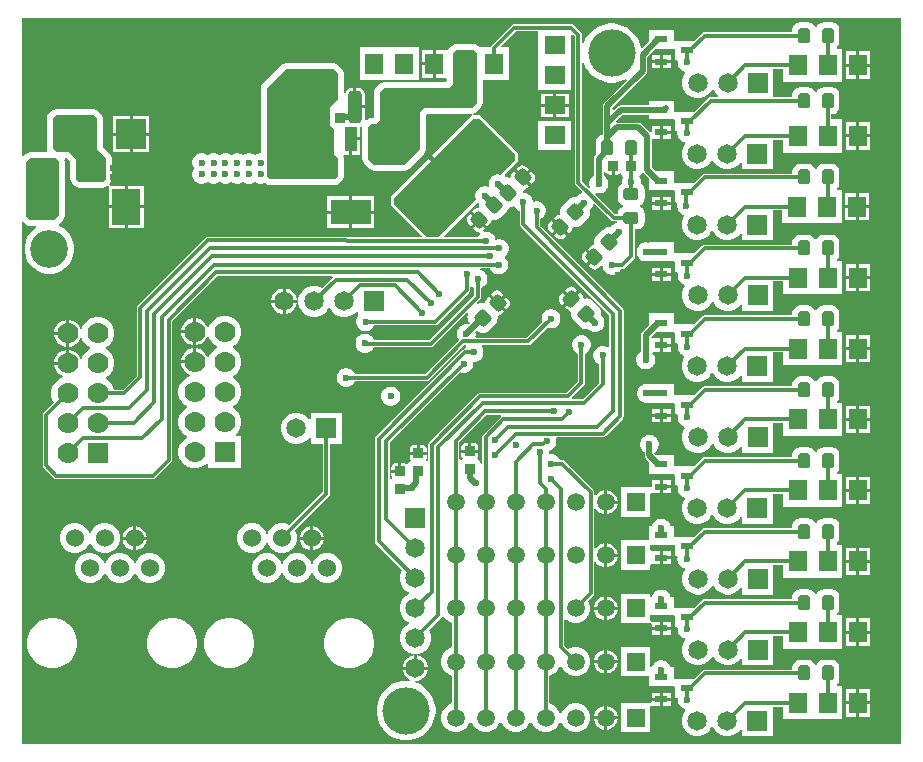
<source format=gbl>
G04*
G04 #@! TF.GenerationSoftware,Altium Limited,Altium Designer,21.8.1 (53)*
G04*
G04 Layer_Physical_Order=4*
G04 Layer_Color=16711680*
%FSLAX25Y25*%
%MOIN*%
G70*
G04*
G04 #@! TF.SameCoordinates,15BDF6F2-E804-41EB-80EB-1D885EA959A2*
G04*
G04*
G04 #@! TF.FilePolarity,Positive*
G04*
G01*
G75*
%ADD16C,0.01181*%
G04:AMPARAMS|DCode=19|XSize=50mil|YSize=37.4mil|CornerRadius=5.61mil|HoleSize=0mil|Usage=FLASHONLY|Rotation=180.000|XOffset=0mil|YOffset=0mil|HoleType=Round|Shape=RoundedRectangle|*
%AMROUNDEDRECTD19*
21,1,0.05000,0.02618,0,0,180.0*
21,1,0.03878,0.03740,0,0,180.0*
1,1,0.01122,-0.01939,0.01309*
1,1,0.01122,0.01939,0.01309*
1,1,0.01122,0.01939,-0.01309*
1,1,0.01122,-0.01939,-0.01309*
%
%ADD19ROUNDEDRECTD19*%
G04:AMPARAMS|DCode=21|XSize=50mil|YSize=37.4mil|CornerRadius=5.61mil|HoleSize=0mil|Usage=FLASHONLY|Rotation=270.000|XOffset=0mil|YOffset=0mil|HoleType=Round|Shape=RoundedRectangle|*
%AMROUNDEDRECTD21*
21,1,0.05000,0.02618,0,0,270.0*
21,1,0.03878,0.03740,0,0,270.0*
1,1,0.01122,-0.01309,-0.01939*
1,1,0.01122,-0.01309,0.01939*
1,1,0.01122,0.01309,0.01939*
1,1,0.01122,0.01309,-0.01939*
%
%ADD21ROUNDEDRECTD21*%
G04:AMPARAMS|DCode=30|XSize=86.61mil|YSize=61.02mil|CornerRadius=15.26mil|HoleSize=0mil|Usage=FLASHONLY|Rotation=0.000|XOffset=0mil|YOffset=0mil|HoleType=Round|Shape=RoundedRectangle|*
%AMROUNDEDRECTD30*
21,1,0.08661,0.03051,0,0,0.0*
21,1,0.05610,0.06102,0,0,0.0*
1,1,0.03051,0.02805,-0.01526*
1,1,0.03051,-0.02805,-0.01526*
1,1,0.03051,-0.02805,0.01526*
1,1,0.03051,0.02805,0.01526*
%
%ADD30ROUNDEDRECTD30*%
%ADD65C,0.01968*%
%ADD66C,0.05906*%
%ADD67R,0.05906X0.05906*%
%ADD68C,0.07000*%
%ADD69R,0.07000X0.07000*%
%ADD70C,0.12598*%
%ADD71R,0.05906X0.07087*%
%ADD72C,0.06500*%
%ADD73R,0.07087X0.05906*%
%ADD74R,0.10000X0.10000*%
%ADD75R,0.09449X0.12205*%
%ADD76C,0.06000*%
%ADD77R,0.06500X0.06500*%
%ADD78C,0.15748*%
%ADD79R,0.06500X0.06500*%
%ADD80C,0.02362*%
%ADD81C,0.05000*%
%ADD92R,0.04331X0.02362*%
%ADD93R,0.13780X0.08465*%
%ADD94R,0.04331X0.08465*%
%ADD95R,0.04331X0.08465*%
G04:AMPARAMS|DCode=96|XSize=50mil|YSize=45.28mil|CornerRadius=6.79mil|HoleSize=0mil|Usage=FLASHONLY|Rotation=135.000|XOffset=0mil|YOffset=0mil|HoleType=Round|Shape=RoundedRectangle|*
%AMROUNDEDRECTD96*
21,1,0.05000,0.03169,0,0,135.0*
21,1,0.03642,0.04528,0,0,135.0*
1,1,0.01358,-0.00167,0.02408*
1,1,0.01358,0.02408,-0.00167*
1,1,0.01358,0.00167,-0.02408*
1,1,0.01358,-0.02408,0.00167*
%
%ADD96ROUNDEDRECTD96*%
G04:AMPARAMS|DCode=97|XSize=50mil|YSize=45.28mil|CornerRadius=6.79mil|HoleSize=0mil|Usage=FLASHONLY|Rotation=225.000|XOffset=0mil|YOffset=0mil|HoleType=Round|Shape=RoundedRectangle|*
%AMROUNDEDRECTD97*
21,1,0.05000,0.03169,0,0,225.0*
21,1,0.03642,0.04528,0,0,225.0*
1,1,0.01358,-0.02408,-0.00167*
1,1,0.01358,0.00167,0.02408*
1,1,0.01358,0.02408,0.00167*
1,1,0.01358,-0.00167,-0.02408*
%
%ADD97ROUNDEDRECTD97*%
G04:AMPARAMS|DCode=98|XSize=35.43mil|YSize=35.43mil|CornerRadius=5.32mil|HoleSize=0mil|Usage=FLASHONLY|Rotation=180.000|XOffset=0mil|YOffset=0mil|HoleType=Round|Shape=RoundedRectangle|*
%AMROUNDEDRECTD98*
21,1,0.03543,0.02480,0,0,180.0*
21,1,0.02480,0.03543,0,0,180.0*
1,1,0.01063,-0.01240,0.01240*
1,1,0.01063,0.01240,0.01240*
1,1,0.01063,0.01240,-0.01240*
1,1,0.01063,-0.01240,-0.01240*
%
%ADD98ROUNDEDRECTD98*%
G04:AMPARAMS|DCode=99|XSize=35.43mil|YSize=35.43mil|CornerRadius=5.32mil|HoleSize=0mil|Usage=FLASHONLY|Rotation=270.000|XOffset=0mil|YOffset=0mil|HoleType=Round|Shape=RoundedRectangle|*
%AMROUNDEDRECTD99*
21,1,0.03543,0.02480,0,0,270.0*
21,1,0.02480,0.03543,0,0,270.0*
1,1,0.01063,-0.01240,-0.01240*
1,1,0.01063,-0.01240,0.01240*
1,1,0.01063,0.01240,0.01240*
1,1,0.01063,0.01240,-0.01240*
%
%ADD99ROUNDEDRECTD99*%
G04:AMPARAMS|DCode=100|XSize=106.3mil|YSize=45.28mil|CornerRadius=11.32mil|HoleSize=0mil|Usage=FLASHONLY|Rotation=90.000|XOffset=0mil|YOffset=0mil|HoleType=Round|Shape=RoundedRectangle|*
%AMROUNDEDRECTD100*
21,1,0.10630,0.02264,0,0,90.0*
21,1,0.08366,0.04528,0,0,90.0*
1,1,0.02264,0.01132,0.04183*
1,1,0.02264,0.01132,-0.04183*
1,1,0.02264,-0.01132,-0.04183*
1,1,0.02264,-0.01132,0.04183*
%
%ADD100ROUNDEDRECTD100*%
G36*
X272146Y313976D02*
Y303642D01*
X275136Y300651D01*
Y293837D01*
X274114Y292815D01*
X266240D01*
X265256Y293799D01*
Y300394D01*
X262992Y302658D01*
X258858D01*
X257382Y304134D01*
Y313976D01*
X258366Y314961D01*
X271161D01*
X272146Y313976D01*
D02*
G37*
G36*
X540227Y105443D02*
X247175D01*
X247175Y279353D01*
X247637Y279544D01*
X248581Y278601D01*
X249232Y278165D01*
X250000Y278013D01*
X251802D01*
X251954Y277513D01*
X251029Y276894D01*
X249877Y275743D01*
X248973Y274389D01*
X248349Y272884D01*
X248031Y271287D01*
Y269658D01*
X248349Y268061D01*
X248973Y266556D01*
X249877Y265202D01*
X251029Y264051D01*
X252383Y263146D01*
X253888Y262523D01*
X255485Y262205D01*
X257114D01*
X258711Y262523D01*
X260215Y263146D01*
X261570Y264051D01*
X262721Y265202D01*
X263626Y266556D01*
X264249Y268061D01*
X264567Y269658D01*
Y271287D01*
X264249Y272884D01*
X263626Y274389D01*
X262721Y275743D01*
X261570Y276894D01*
X260215Y277799D01*
X259440Y278120D01*
X259449Y278658D01*
X260794Y280003D01*
X261229Y280654D01*
X261382Y281422D01*
Y294316D01*
Y299680D01*
X261288Y300150D01*
X261529Y300550D01*
X261650Y300650D01*
X262161D01*
X263249Y299562D01*
Y293799D01*
X263402Y293031D01*
X263837Y292380D01*
X264821Y291396D01*
X265472Y290961D01*
X266240Y290808D01*
X274114D01*
X274882Y290961D01*
X275533Y291396D01*
X275831Y291693D01*
X276264Y291419D01*
X276264Y291078D01*
Y284929D01*
X281488D01*
Y291531D01*
X276750D01*
X276376Y291531D01*
X276102Y291965D01*
X276556Y292418D01*
X276991Y293069D01*
X277144Y293837D01*
Y300651D01*
X276991Y301419D01*
X276556Y302070D01*
X274153Y304473D01*
Y313976D01*
X274000Y314744D01*
X273565Y315396D01*
X272581Y316380D01*
X271930Y316815D01*
X271161Y316968D01*
X258366D01*
X257598Y316815D01*
X256947Y316380D01*
X255963Y315396D01*
X255528Y314744D01*
X255375Y313976D01*
Y304134D01*
X255528Y303366D01*
X255641Y303196D01*
X255374Y302696D01*
X249803D01*
X249035Y302543D01*
X248384Y302108D01*
X247637Y301361D01*
X247175Y301552D01*
Y347313D01*
X540227D01*
X540227Y105443D01*
D02*
G37*
G36*
X259375Y299680D02*
Y294316D01*
Y281422D01*
X257972Y280020D01*
X250000D01*
X248524Y281496D01*
Y299410D01*
X249803Y300689D01*
X258366D01*
X259375Y299680D01*
D02*
G37*
%LPC*%
G36*
X517057Y346054D02*
X514439D01*
X513452Y345857D01*
X512615Y345298D01*
X512071Y344484D01*
X511915Y344461D01*
X511707D01*
X511551Y344484D01*
X511007Y345298D01*
X510170Y345857D01*
X509183Y346054D01*
X506565D01*
X505578Y345857D01*
X504741Y345298D01*
X504182Y344461D01*
X503986Y343474D01*
Y342740D01*
X474803D01*
X474803Y342740D01*
X474342Y342648D01*
X473952Y342387D01*
X473952Y342387D01*
X471328Y339764D01*
X464870D01*
X464764Y339764D01*
X464370Y340020D01*
Y343504D01*
X456102D01*
Y339475D01*
X453882Y337255D01*
X453404Y337400D01*
X453165Y338599D01*
X452423Y340390D01*
X451346Y342003D01*
X449975Y343373D01*
X448363Y344451D01*
X446572Y345193D01*
X444670Y345571D01*
X442731D01*
X440830Y345193D01*
X439039Y344451D01*
X437427Y343373D01*
X436056Y342003D01*
X434978Y340390D01*
X434381Y338949D01*
X433881Y339049D01*
Y341732D01*
X433881Y341732D01*
X433790Y342193D01*
X433529Y342584D01*
X433529Y342584D01*
X431068Y345044D01*
X430677Y345305D01*
X430217Y345397D01*
X430217Y345397D01*
X411319D01*
X411319Y345397D01*
X410858Y345305D01*
X410467Y345044D01*
X410467Y345044D01*
X403755Y338332D01*
X403494Y337941D01*
X403426Y337598D01*
X399787D01*
X399254Y338132D01*
X398603Y338567D01*
X397835Y338720D01*
X391831D01*
X391063Y338567D01*
X390411Y338132D01*
X389878Y337598D01*
X389685D01*
Y337405D01*
X389329Y337049D01*
X389055Y336639D01*
X388559Y336630D01*
X388469Y336630D01*
X385106D01*
Y332087D01*
Y327543D01*
X388241D01*
X388559Y327543D01*
X388741Y327119D01*
Y326480D01*
X388284Y326023D01*
X367717D01*
X366949Y325870D01*
X366297Y325435D01*
X365116Y324254D01*
X364681Y323603D01*
X364528Y322835D01*
Y314217D01*
X364523Y314212D01*
X363779D01*
X363012Y314059D01*
X362360Y313624D01*
X362024Y313287D01*
X361931D01*
X361544Y313505D01*
X361473Y313729D01*
Y317228D01*
X358167D01*
Y317728D01*
X357667D01*
Y324085D01*
X357035D01*
X356203Y323920D01*
X355498Y323448D01*
X355027Y322743D01*
X354861Y321911D01*
X354369Y321930D01*
Y329134D01*
X354217Y329902D01*
X353781Y330553D01*
X352600Y331734D01*
X351949Y332169D01*
X351181Y332322D01*
X335039Y332322D01*
X334271Y332169D01*
X333620Y331734D01*
X327321Y325435D01*
X326886Y324784D01*
X326733Y324016D01*
Y302362D01*
X326357D01*
X325556Y302148D01*
X324838Y301733D01*
X324803Y301698D01*
X324769Y301733D01*
X324050Y302148D01*
X323249Y302362D01*
X322420D01*
X321619Y302148D01*
X320901Y301733D01*
X320866Y301698D01*
X320831Y301733D01*
X320113Y302148D01*
X319312Y302362D01*
X318483D01*
X317682Y302148D01*
X316964Y301733D01*
X316929Y301698D01*
X316895Y301733D01*
X316176Y302148D01*
X315375Y302362D01*
X314546D01*
X313745Y302148D01*
X313027Y301733D01*
X312992Y301698D01*
X312958Y301733D01*
X312239Y302148D01*
X311438Y302362D01*
X310609D01*
X309808Y302148D01*
X309090Y301733D01*
X309055Y301698D01*
X309020Y301733D01*
X308302Y302148D01*
X307501Y302362D01*
X306672D01*
X305871Y302148D01*
X305153Y301733D01*
X304566Y301147D01*
X304152Y300428D01*
X303937Y299627D01*
Y298798D01*
X304152Y297997D01*
X304566Y297279D01*
X304601Y297244D01*
X304566Y297210D01*
X304152Y296491D01*
X303937Y295690D01*
Y294861D01*
X304152Y294060D01*
X304566Y293342D01*
X305153Y292755D01*
X305871Y292341D01*
X306672Y292126D01*
X307501D01*
X308302Y292341D01*
X309020Y292755D01*
X309055Y292790D01*
X309090Y292755D01*
X309808Y292341D01*
X310609Y292126D01*
X311438D01*
X312239Y292341D01*
X312958Y292755D01*
X312992Y292790D01*
X313027Y292755D01*
X313745Y292341D01*
X314546Y292126D01*
X315375D01*
X316176Y292341D01*
X316895Y292755D01*
X316929Y292790D01*
X316964Y292755D01*
X317682Y292341D01*
X318483Y292126D01*
X319312D01*
X320113Y292341D01*
X320831Y292755D01*
X320866Y292790D01*
X320901Y292755D01*
X321619Y292341D01*
X322420Y292126D01*
X323249D01*
X324050Y292341D01*
X324769Y292755D01*
X324803Y292790D01*
X324838Y292755D01*
X325556Y292341D01*
X326357Y292126D01*
X327186D01*
X327987Y292341D01*
X328276Y292507D01*
X328502Y292282D01*
X329153Y291846D01*
X329921Y291694D01*
X351575D01*
X352343Y291846D01*
X352994Y292282D01*
X353781Y293069D01*
X354217Y293720D01*
X354369Y294488D01*
Y300787D01*
X354257Y301354D01*
X354572Y301854D01*
X356193D01*
Y307087D01*
X356693D01*
Y307587D01*
X359858D01*
Y311245D01*
X360152Y311375D01*
X360596Y311047D01*
X360591Y311024D01*
X360591Y300394D01*
X360744Y299626D01*
X361179Y298974D01*
X363148Y297006D01*
X363799Y296571D01*
X364567Y296418D01*
X374803Y296418D01*
X375571Y296571D01*
X376222Y297006D01*
X377403Y298187D01*
X381144Y301927D01*
X381579Y302578D01*
X381732Y303346D01*
Y314998D01*
X382148Y315414D01*
X396912D01*
X397111Y315402D01*
X397142Y315369D01*
X397169Y315247D01*
X397213Y314930D01*
X397053Y314770D01*
X383858Y301575D01*
X384646Y300787D01*
X397638Y313779D01*
X399606D01*
X411417Y301969D01*
Y300000D01*
X406614Y295197D01*
X406320Y295276D01*
X405491D01*
X404690Y295061D01*
X403972Y294646D01*
X403385Y294060D01*
X402971Y293342D01*
X402756Y292541D01*
Y291711D01*
X402835Y291417D01*
X402495Y291078D01*
X401891Y291240D01*
X401062D01*
X400261Y291025D01*
X399542Y290611D01*
X398956Y290024D01*
X398541Y289306D01*
X398327Y288505D01*
Y287676D01*
X398489Y287071D01*
X385827Y274410D01*
X382283D01*
X371260Y285433D01*
Y287402D01*
X383465Y299606D01*
X382677Y300394D01*
X370079Y287795D01*
Y285039D01*
X380420Y274698D01*
X380229Y274236D01*
X355979D01*
X355674Y274439D01*
X355213Y274531D01*
X355213Y274531D01*
X309171D01*
X309171Y274531D01*
X308710Y274439D01*
X308319Y274178D01*
X285763Y251622D01*
X285502Y251231D01*
X285410Y250770D01*
X285410Y250770D01*
Y228156D01*
X280781Y223527D01*
X277780D01*
X277537Y224434D01*
X276817Y225681D01*
X275799Y226699D01*
X275151Y227073D01*
Y227573D01*
X275799Y227947D01*
X276817Y228965D01*
X277537Y230212D01*
X277909Y231603D01*
Y233043D01*
X277537Y234434D01*
X276817Y235681D01*
X275799Y236699D01*
X275151Y237073D01*
Y237573D01*
X275799Y237947D01*
X276817Y238965D01*
X277537Y240212D01*
X277909Y241603D01*
Y243043D01*
X277537Y244434D01*
X276817Y245681D01*
X275799Y246699D01*
X274552Y247419D01*
X273161Y247791D01*
X271721D01*
X270330Y247419D01*
X269083Y246699D01*
X268065Y245681D01*
X267345Y244434D01*
X267198Y243886D01*
X266681D01*
X266634Y244060D01*
X266042Y245086D01*
X265204Y245924D01*
X264178Y246516D01*
X263033Y246823D01*
X262941D01*
Y242323D01*
Y237823D01*
X263033D01*
X264178Y238129D01*
X265204Y238722D01*
X266042Y239560D01*
X266634Y240586D01*
X266681Y240759D01*
X267198D01*
X267345Y240212D01*
X268065Y238965D01*
X269083Y237947D01*
X269731Y237573D01*
Y237073D01*
X269083Y236699D01*
X268065Y235681D01*
X267345Y234434D01*
X267198Y233886D01*
X266681D01*
X266634Y234060D01*
X266042Y235086D01*
X265204Y235924D01*
X264178Y236516D01*
X263033Y236823D01*
X262941D01*
Y232323D01*
X262441D01*
Y231823D01*
X257941D01*
Y231730D01*
X258248Y230586D01*
X258840Y229560D01*
X259678Y228722D01*
X260704Y228130D01*
X260878Y228083D01*
Y227565D01*
X260330Y227419D01*
X259083Y226699D01*
X258065Y225681D01*
X257345Y224434D01*
X256972Y223043D01*
Y221603D01*
X257345Y220212D01*
X257814Y219399D01*
X254463Y216048D01*
X254202Y215658D01*
X254111Y215197D01*
X254111Y215197D01*
Y198228D01*
X254111Y198228D01*
X254202Y197767D01*
X254463Y197377D01*
X257810Y194030D01*
X258201Y193769D01*
X258661Y193678D01*
X258662Y193678D01*
X290748D01*
X290748Y193678D01*
X291209Y193769D01*
X291600Y194030D01*
X296915Y199345D01*
X297176Y199736D01*
X297267Y200197D01*
X297267Y200197D01*
Y246352D01*
X312310Y261394D01*
X350576D01*
X350666Y261267D01*
X350766Y260894D01*
X347268Y257396D01*
X346542Y257816D01*
X345215Y258171D01*
X343841D01*
X342513Y257816D01*
X341323Y257129D01*
X340352Y256157D01*
X339665Y254967D01*
X339309Y253640D01*
Y252266D01*
X339665Y250939D01*
X340352Y249748D01*
X341323Y248777D01*
X342513Y248090D01*
X343841Y247734D01*
X345215D01*
X346542Y248090D01*
X347732Y248777D01*
X348703Y249748D01*
X349239Y250676D01*
X349816D01*
X350352Y249748D01*
X351323Y248777D01*
X352513Y248090D01*
X353840Y247734D01*
X355215D01*
X356542Y248090D01*
X357732Y248777D01*
X358703Y249748D01*
X358826Y249961D01*
X359309Y249832D01*
Y248212D01*
X359192Y248095D01*
X358778Y247377D01*
X358563Y246576D01*
Y245747D01*
X358778Y244946D01*
X359192Y244228D01*
X359779Y243641D01*
X360497Y243227D01*
X361298Y243012D01*
X362127D01*
X362928Y243227D01*
X363647Y243641D01*
X364233Y244228D01*
X364648Y244946D01*
X364651Y244957D01*
X384941D01*
X384941Y244957D01*
X385402Y245049D01*
X385792Y245310D01*
X396324Y255841D01*
X396585Y256232D01*
X396677Y256693D01*
X396677Y256693D01*
Y257763D01*
X397139Y257954D01*
X397180Y257913D01*
X397899Y257498D01*
X397910Y257495D01*
Y255026D01*
X382966Y240082D01*
X364480D01*
X364451Y240192D01*
X364036Y240910D01*
X363450Y241497D01*
X362731Y241911D01*
X361930Y242126D01*
X361101D01*
X360300Y241911D01*
X359582Y241497D01*
X358995Y240910D01*
X358581Y240192D01*
X358366Y239391D01*
Y238562D01*
X358581Y237761D01*
X358995Y237042D01*
X359582Y236456D01*
X360300Y236041D01*
X361101Y235827D01*
X361930D01*
X362731Y236041D01*
X363450Y236456D01*
X364036Y237042D01*
X364401Y237674D01*
X383465D01*
X383465Y237674D01*
X383925Y237765D01*
X384316Y238026D01*
X395685Y249395D01*
X396061Y249064D01*
X395968Y248943D01*
X395701Y248299D01*
X395610Y247608D01*
X395701Y246917D01*
X395968Y246273D01*
X396393Y245720D01*
X396520Y245592D01*
X396095Y245167D01*
X395690Y245276D01*
X394861D01*
X394060Y245061D01*
X393342Y244646D01*
X392755Y244060D01*
X392341Y243342D01*
X392126Y242541D01*
Y241711D01*
X392341Y240910D01*
X392755Y240192D01*
X392886Y240061D01*
X381588Y228763D01*
X358155D01*
X358152Y228775D01*
X357737Y229493D01*
X357150Y230079D01*
X356432Y230494D01*
X355631Y230709D01*
X354802D01*
X354001Y230494D01*
X353283Y230079D01*
X352696Y229493D01*
X352282Y228775D01*
X352067Y227974D01*
Y227144D01*
X352282Y226343D01*
X352696Y225625D01*
X353283Y225039D01*
X354001Y224624D01*
X354802Y224410D01*
X355631D01*
X356432Y224624D01*
X357150Y225039D01*
X357737Y225625D01*
X358152Y226343D01*
X358155Y226355D01*
X382087D01*
X382087Y226355D01*
X382547Y226447D01*
X382938Y226708D01*
X394593Y238363D01*
X395083D01*
X395260Y237863D01*
X394900Y237239D01*
X394868Y237121D01*
X394421Y237032D01*
X394030Y236771D01*
X394030Y236771D01*
X365192Y207932D01*
X364931Y207542D01*
X364839Y207081D01*
X364839Y207081D01*
Y173012D01*
X364839Y173012D01*
X364931Y172551D01*
X365192Y172160D01*
X373903Y163449D01*
X373484Y162723D01*
X373128Y161396D01*
Y160022D01*
X373484Y158694D01*
X374171Y157504D01*
X375142Y156533D01*
X376070Y155997D01*
Y155420D01*
X375142Y154885D01*
X374171Y153913D01*
X373484Y152723D01*
X373128Y151396D01*
Y150022D01*
X373484Y148694D01*
X374171Y147504D01*
X375142Y146533D01*
X376070Y145997D01*
Y145420D01*
X375142Y144885D01*
X374171Y143913D01*
X373484Y142723D01*
X373128Y141396D01*
Y140022D01*
X373484Y138694D01*
X374171Y137504D01*
X375142Y136533D01*
X376332Y135846D01*
X377659Y135490D01*
X379033D01*
X380361Y135846D01*
X381551Y136533D01*
X382522Y137504D01*
X383209Y138694D01*
X383565Y140022D01*
Y141396D01*
X383209Y142723D01*
X382790Y143449D01*
X386777Y147436D01*
X387038Y147827D01*
X387046Y147866D01*
X387573Y147953D01*
X387794Y147569D01*
X388711Y146653D01*
X389833Y146005D01*
X390528Y145818D01*
Y137646D01*
X389833Y137460D01*
X388711Y136812D01*
X387794Y135896D01*
X387146Y134774D01*
X386811Y133522D01*
Y132226D01*
X387146Y130974D01*
X387794Y129852D01*
X388711Y128936D01*
X389833Y128288D01*
X390528Y128102D01*
Y118945D01*
X389833Y118759D01*
X388711Y118111D01*
X387794Y117195D01*
X387146Y116073D01*
X386811Y114821D01*
Y113525D01*
X387146Y112274D01*
X387794Y111152D01*
X388711Y110235D01*
X389833Y109587D01*
X391084Y109252D01*
X392380D01*
X393632Y109587D01*
X394754Y110235D01*
X395670Y111152D01*
X396318Y112274D01*
X396474Y112853D01*
X396991D01*
X397146Y112274D01*
X397794Y111152D01*
X398711Y110235D01*
X399833Y109587D01*
X401084Y109252D01*
X402380D01*
X403632Y109587D01*
X404754Y110235D01*
X405670Y111152D01*
X406318Y112274D01*
X406473Y112853D01*
X406991D01*
X407146Y112274D01*
X407794Y111152D01*
X408711Y110235D01*
X409833Y109587D01*
X411084Y109252D01*
X412380D01*
X413632Y109587D01*
X414754Y110235D01*
X415670Y111152D01*
X416318Y112274D01*
X416473Y112853D01*
X416991D01*
X417146Y112274D01*
X417794Y111152D01*
X418711Y110235D01*
X419833Y109587D01*
X421084Y109252D01*
X422380D01*
X423632Y109587D01*
X424754Y110235D01*
X425670Y111152D01*
X426318Y112274D01*
X426474Y112853D01*
X426991D01*
X427146Y112274D01*
X427794Y111152D01*
X428711Y110235D01*
X429833Y109587D01*
X431084Y109252D01*
X432380D01*
X433632Y109587D01*
X434754Y110235D01*
X435670Y111152D01*
X436318Y112274D01*
X436654Y113525D01*
Y114821D01*
X436318Y116073D01*
X435670Y117195D01*
X434754Y118111D01*
X433632Y118759D01*
X432380Y119095D01*
X431084D01*
X429833Y118759D01*
X428711Y118111D01*
X427794Y117195D01*
X427146Y116073D01*
X426991Y115493D01*
X426474D01*
X426318Y116073D01*
X425670Y117195D01*
X424754Y118111D01*
X423632Y118759D01*
X422936Y118945D01*
Y128102D01*
X423632Y128288D01*
X424754Y128936D01*
X425670Y129852D01*
X426318Y130974D01*
X426474Y131554D01*
X426991D01*
X427146Y130974D01*
X427794Y129852D01*
X428711Y128936D01*
X429833Y128288D01*
X431084Y127953D01*
X432380D01*
X433632Y128288D01*
X434754Y128936D01*
X435670Y129852D01*
X436318Y130974D01*
X436654Y132226D01*
Y133522D01*
X436318Y134774D01*
X435670Y135896D01*
X434754Y136812D01*
X433632Y137460D01*
X432380Y137795D01*
X431084D01*
X429833Y137460D01*
X429209Y137100D01*
X427976Y138333D01*
Y146734D01*
X428438Y146925D01*
X428711Y146653D01*
X429833Y146005D01*
X431084Y145669D01*
X432380D01*
X433632Y146005D01*
X434754Y146653D01*
X435670Y147569D01*
X436318Y148691D01*
X436654Y149943D01*
Y151238D01*
X436318Y152490D01*
X435958Y153113D01*
X437564Y154719D01*
X437564Y154719D01*
X437825Y155110D01*
X437917Y155571D01*
X437917Y155571D01*
Y166010D01*
X438417Y166144D01*
X438569Y165880D01*
X439305Y165144D01*
X440207Y164624D01*
X441212Y164354D01*
X441232D01*
Y168307D01*
Y172260D01*
X441212D01*
X440207Y171991D01*
X439305Y171470D01*
X438569Y170734D01*
X438417Y170470D01*
X437917Y170604D01*
Y183727D01*
X438417Y183861D01*
X438569Y183597D01*
X439305Y182861D01*
X440207Y182340D01*
X441212Y182071D01*
X441232D01*
Y186024D01*
Y189976D01*
X441212D01*
X440207Y189707D01*
X439305Y189187D01*
X438569Y188451D01*
X438417Y188187D01*
X437917Y188321D01*
Y189272D01*
X437825Y189733D01*
X437564Y190123D01*
X428017Y199670D01*
X427626Y199932D01*
X427165Y200023D01*
X427165Y200023D01*
X426560D01*
X426557Y200035D01*
X426142Y200753D01*
X425556Y201339D01*
X424838Y201754D01*
X424037Y201969D01*
X423279D01*
X423120Y202067D01*
X422835Y202386D01*
Y203072D01*
X422797Y203213D01*
X423361Y203364D01*
X424080Y203779D01*
X424666Y204365D01*
X425081Y205083D01*
X425295Y205885D01*
Y206714D01*
X425177Y207154D01*
X425556Y207654D01*
X440846D01*
X440846Y207654D01*
X441307Y207746D01*
X441698Y208007D01*
X447407Y213715D01*
X447407Y213715D01*
X447668Y214106D01*
X447759Y214567D01*
Y249803D01*
X447668Y250264D01*
X447407Y250655D01*
X419905Y278156D01*
Y280231D01*
X419916Y280234D01*
X420635Y280649D01*
X421221Y281235D01*
X421636Y281954D01*
X421850Y282755D01*
Y283584D01*
X421636Y284385D01*
X421221Y285103D01*
X420635Y285690D01*
X419916Y286104D01*
X419115Y286319D01*
X418286D01*
X417921Y286221D01*
X417421Y286438D01*
X417207Y287239D01*
X416792Y287958D01*
X416206Y288544D01*
X415487Y288959D01*
X414686Y289173D01*
X414171D01*
X414111Y289634D01*
X414187Y289840D01*
X414470Y290145D01*
X414942Y290239D01*
X415497Y290610D01*
X416264Y291377D01*
X413766Y293876D01*
X411268Y296374D01*
X410501Y295607D01*
X410130Y295051D01*
X410036Y294580D01*
X409730Y294296D01*
X409525Y294220D01*
X408942Y294297D01*
X408529Y294242D01*
X408123Y294589D01*
X408099Y295107D01*
X412598Y299606D01*
X412598Y302362D01*
X400000Y314961D01*
X397631Y314961D01*
X397565Y315076D01*
X397562Y315242D01*
X397587Y315502D01*
X397914Y315567D01*
X398019Y315637D01*
X398565Y316002D01*
X400140Y317577D01*
X400575Y318228D01*
X400728Y318996D01*
Y326575D01*
X409528D01*
Y337598D01*
X407081D01*
X406889Y338060D01*
X411818Y342989D01*
X419291D01*
Y333669D01*
X419291Y333327D01*
X419291Y332827D01*
Y323327D01*
X430315D01*
Y332827D01*
X430315Y333169D01*
X430315Y333669D01*
Y341738D01*
X430777Y341930D01*
X431473Y341233D01*
Y292520D01*
X431473Y292520D01*
X431565Y292059D01*
X431826Y291668D01*
X434005Y289488D01*
X433824Y288962D01*
X433233Y288804D01*
X432515Y288389D01*
X431928Y287803D01*
X431888Y287733D01*
X431374Y287801D01*
X430683Y287710D01*
X430039Y287443D01*
X429486Y287018D01*
X427245Y284777D01*
X426820Y284224D01*
X426553Y283580D01*
X426462Y282889D01*
X426539Y282306D01*
X426463Y282100D01*
X426179Y281795D01*
X425708Y281701D01*
X425152Y281330D01*
X424385Y280563D01*
X426884Y278065D01*
X429382Y275566D01*
X430149Y276333D01*
X430520Y276889D01*
X430614Y277360D01*
X430919Y277644D01*
X431125Y277720D01*
X431708Y277643D01*
X432399Y277734D01*
X433043Y278001D01*
X433596Y278426D01*
X435837Y280667D01*
X436262Y281220D01*
X436528Y281864D01*
X436620Y282555D01*
X436528Y283246D01*
X436456Y283422D01*
X436969Y283935D01*
X437384Y284653D01*
X437542Y285244D01*
X438068Y285426D01*
X443538Y279956D01*
X443538Y279956D01*
X443929Y279695D01*
X444390Y279603D01*
X445467D01*
X445533Y279103D01*
X444847Y278919D01*
X444129Y278505D01*
X443543Y277918D01*
X443346Y277577D01*
X442693Y277663D01*
X442002Y277572D01*
X441358Y277305D01*
X440804Y276881D01*
X438563Y274640D01*
X438139Y274086D01*
X437872Y273442D01*
X437781Y272751D01*
X437858Y272168D01*
X437782Y271962D01*
X437498Y271657D01*
X437027Y271563D01*
X436471Y271192D01*
X435704Y270425D01*
X438202Y267927D01*
X437849Y267573D01*
X438202Y267220D01*
X435871Y264889D01*
X436805Y263955D01*
X437361Y263583D01*
X438016Y263453D01*
X438671Y263583D01*
X439226Y263955D01*
X440248Y264976D01*
X440748Y264769D01*
Y264546D01*
X440963Y263745D01*
X441377Y263027D01*
X441964Y262440D01*
X442682Y262026D01*
X443483Y261811D01*
X444312D01*
X445113Y262026D01*
X445831Y262440D01*
X446418Y263027D01*
X446833Y263745D01*
X446836Y263756D01*
X447342D01*
X447342Y263756D01*
X447803Y263848D01*
X448194Y264109D01*
X451147Y267062D01*
X451147Y267062D01*
X451408Y267453D01*
X451500Y267913D01*
Y276919D01*
X452234D01*
X453221Y277115D01*
X454058Y277674D01*
X454617Y278511D01*
X454813Y279498D01*
Y282116D01*
X454617Y283103D01*
X454058Y283940D01*
X453244Y284484D01*
X453221Y284640D01*
Y284848D01*
X453244Y285004D01*
X454058Y285548D01*
X454617Y286385D01*
X454813Y287372D01*
Y289990D01*
X454617Y290977D01*
X454058Y291814D01*
X453405Y292250D01*
X453445Y292400D01*
Y293230D01*
X453230Y294031D01*
X452875Y294647D01*
X453239Y294890D01*
X453792Y295718D01*
X454319Y295802D01*
X454376Y295715D01*
X456102Y293989D01*
Y289961D01*
X464264D01*
X464370Y289961D01*
X464764Y289704D01*
Y286221D01*
X465301D01*
X465654Y285720D01*
X465522Y285228D01*
Y284399D01*
X465737Y283598D01*
X466151Y282879D01*
X466738Y282293D01*
X467456Y281878D01*
X467689Y281816D01*
X467880Y281354D01*
X467421Y280558D01*
X467065Y279230D01*
Y277856D01*
X467421Y276529D01*
X468108Y275339D01*
X469079Y274367D01*
X470269Y273680D01*
X471596Y273325D01*
X472970D01*
X474298Y273680D01*
X475488Y274367D01*
X476459Y275339D01*
X476995Y276267D01*
X477572D01*
X478108Y275339D01*
X479079Y274367D01*
X480269Y273680D01*
X481596Y273325D01*
X482971D01*
X484298Y273680D01*
X485488Y274367D01*
X486459Y275339D01*
X486582Y275552D01*
X487065Y275422D01*
Y273325D01*
X497502D01*
Y283245D01*
X500669D01*
Y278937D01*
X510169D01*
X510512Y278937D01*
X511012Y278937D01*
X520512D01*
Y289961D01*
X518931D01*
X518779Y290461D01*
X518881Y290529D01*
X519440Y291365D01*
X519636Y292352D01*
Y296230D01*
X519440Y297217D01*
X518881Y298054D01*
X518044Y298613D01*
X517057Y298809D01*
X514439D01*
X513452Y298613D01*
X512615Y298054D01*
X512071Y297240D01*
X511915Y297217D01*
X511707D01*
X511551Y297240D01*
X511007Y298054D01*
X510170Y298613D01*
X509183Y298809D01*
X506565D01*
X505578Y298613D01*
X504741Y298054D01*
X504182Y297217D01*
X503986Y296230D01*
Y295496D01*
X474803D01*
X474342Y295404D01*
X473952Y295143D01*
X473952Y295143D01*
X471328Y292520D01*
X464870D01*
X464764Y292520D01*
X464370Y292776D01*
Y296260D01*
X458373D01*
X457118Y297516D01*
Y307071D01*
X459736D01*
Y309252D01*
Y311433D01*
X457071D01*
Y309374D01*
X456873Y309249D01*
X456571Y309184D01*
X453694Y312061D01*
X453173Y312409D01*
X452559Y312531D01*
X452559Y312531D01*
X445669D01*
X445493Y312496D01*
X445247Y312957D01*
X447417Y315127D01*
X456102D01*
Y313583D01*
X464264D01*
X464370Y313583D01*
X464764Y313326D01*
Y309842D01*
X465341D01*
X465551Y309568D01*
Y308739D01*
X465766Y307938D01*
X466181Y307220D01*
X466767Y306633D01*
X467485Y306219D01*
X468088Y306057D01*
X468274Y305537D01*
X468108Y305370D01*
X467421Y304180D01*
X467065Y302852D01*
Y301478D01*
X467421Y300151D01*
X468108Y298961D01*
X469079Y297990D01*
X470269Y297303D01*
X471596Y296947D01*
X472970D01*
X474298Y297303D01*
X475488Y297990D01*
X476459Y298961D01*
X476995Y299889D01*
X477572D01*
X478108Y298961D01*
X479079Y297990D01*
X480269Y297303D01*
X481596Y296947D01*
X482971D01*
X484298Y297303D01*
X485488Y297990D01*
X486459Y298961D01*
X486582Y299174D01*
X487065Y299044D01*
Y296947D01*
X497502D01*
Y306867D01*
X500827D01*
Y302559D01*
X510327D01*
X510669Y302559D01*
X511169Y302559D01*
X520669D01*
Y313583D01*
X516952D01*
Y315364D01*
X517057D01*
X518044Y315560D01*
X518881Y316119D01*
X519440Y316956D01*
X519636Y317943D01*
Y321821D01*
X519440Y322808D01*
X518881Y323644D01*
X518044Y324204D01*
X517057Y324400D01*
X514439D01*
X513452Y324204D01*
X512615Y323644D01*
X512071Y322830D01*
X511915Y322808D01*
X511707D01*
X511551Y322830D01*
X511007Y323644D01*
X510170Y324204D01*
X509183Y324400D01*
X506565D01*
X505578Y324204D01*
X504741Y323644D01*
X504182Y322808D01*
X503986Y321821D01*
Y321086D01*
X497659D01*
Y330489D01*
X500827D01*
Y326181D01*
X510327D01*
X510669Y326181D01*
X511169Y326181D01*
X520669D01*
Y337205D01*
X518931D01*
X518779Y337705D01*
X518881Y337773D01*
X519440Y338610D01*
X519636Y339597D01*
Y343474D01*
X519440Y344461D01*
X518881Y345298D01*
X518044Y345857D01*
X517057Y346054D01*
D02*
G37*
G36*
X384106Y336630D02*
X380654D01*
Y332587D01*
X384106D01*
Y336630D01*
D02*
G37*
G36*
X529701Y336236D02*
X526248D01*
Y332193D01*
X529701D01*
Y336236D01*
D02*
G37*
G36*
X525248D02*
X521795D01*
Y332193D01*
X525248D01*
Y336236D01*
D02*
G37*
G36*
X384106Y331587D02*
X380654D01*
Y327543D01*
X384106D01*
Y331587D01*
D02*
G37*
G36*
X529701Y331193D02*
X526248D01*
Y327150D01*
X529701D01*
Y331193D01*
D02*
G37*
G36*
X525248D02*
X521795D01*
Y327150D01*
X525248D01*
Y331193D01*
D02*
G37*
G36*
X369685Y337598D02*
X369185Y337598D01*
X359685D01*
Y326575D01*
X369185D01*
X369528Y326575D01*
X370028Y326575D01*
X379528D01*
Y337598D01*
X370028D01*
X369685Y337598D01*
D02*
G37*
G36*
X429347Y322201D02*
X425303D01*
Y318748D01*
X429347D01*
Y322201D01*
D02*
G37*
G36*
X424303D02*
X420260D01*
Y318748D01*
X424303D01*
Y322201D01*
D02*
G37*
G36*
X359299Y324085D02*
X358667D01*
Y318228D01*
X361473D01*
Y321911D01*
X361307Y322743D01*
X360836Y323448D01*
X360131Y323920D01*
X359299Y324085D01*
D02*
G37*
G36*
X429347Y317748D02*
X425303D01*
Y314295D01*
X429347D01*
Y317748D01*
D02*
G37*
G36*
X424303D02*
X420260D01*
Y314295D01*
X424303D01*
Y317748D01*
D02*
G37*
G36*
X463402Y311433D02*
X460736D01*
Y309752D01*
X463402D01*
Y311433D01*
D02*
G37*
G36*
X289580Y314661D02*
X284080D01*
Y309161D01*
X289580D01*
Y314661D01*
D02*
G37*
G36*
X283080D02*
X277579D01*
Y309161D01*
X283080D01*
Y314661D01*
D02*
G37*
G36*
X529701Y312614D02*
X526248D01*
Y308571D01*
X529701D01*
Y312614D01*
D02*
G37*
G36*
X525248D02*
X521795D01*
Y308571D01*
X525248D01*
Y312614D01*
D02*
G37*
G36*
X463402Y308752D02*
X460736D01*
Y307071D01*
X463402D01*
Y308752D01*
D02*
G37*
G36*
X529701Y307571D02*
X526248D01*
Y303528D01*
X529701D01*
Y307571D01*
D02*
G37*
G36*
X525248D02*
X521795D01*
Y303528D01*
X525248D01*
Y307571D01*
D02*
G37*
G36*
X430315Y313169D02*
X419291D01*
Y303327D01*
X430315D01*
Y313169D01*
D02*
G37*
G36*
X289580Y308161D02*
X284080D01*
Y302661D01*
X289580D01*
Y308161D01*
D02*
G37*
G36*
X283080D02*
X277579D01*
Y302661D01*
X283080D01*
Y308161D01*
D02*
G37*
G36*
X359858Y306587D02*
X357193D01*
Y301854D01*
X359858D01*
Y306587D01*
D02*
G37*
G36*
X413953Y298349D02*
X413298Y298219D01*
X412742Y297848D01*
X411975Y297081D01*
X414120Y294936D01*
X416097Y296914D01*
X415163Y297848D01*
X414608Y298219D01*
X413953Y298349D01*
D02*
G37*
G36*
X416804Y296207D02*
X414827Y294229D01*
X416971Y292085D01*
X417738Y292851D01*
X418110Y293407D01*
X418240Y294062D01*
X418110Y294717D01*
X417738Y295273D01*
X416804Y296207D01*
D02*
G37*
G36*
X463402Y287811D02*
X460736D01*
Y286130D01*
X463402D01*
Y287811D01*
D02*
G37*
G36*
X459736D02*
X457071D01*
Y286130D01*
X459736D01*
Y287811D01*
D02*
G37*
G36*
X529543Y288992D02*
X526090D01*
Y284949D01*
X529543D01*
Y288992D01*
D02*
G37*
G36*
X525091D02*
X521638D01*
Y284949D01*
X525091D01*
Y288992D01*
D02*
G37*
G36*
X282488Y291531D02*
Y284929D01*
X287713D01*
Y291531D01*
X282488D01*
D02*
G37*
G36*
X463402Y285130D02*
X460736D01*
Y283449D01*
X463402D01*
Y285130D01*
D02*
G37*
G36*
X459736D02*
X457071D01*
Y283449D01*
X459736D01*
Y285130D01*
D02*
G37*
G36*
X364583Y287909D02*
X357193D01*
Y283177D01*
X364583D01*
Y287909D01*
D02*
G37*
G36*
X356193D02*
X348803D01*
Y283177D01*
X356193D01*
Y287909D01*
D02*
G37*
G36*
X529543Y283949D02*
X526090D01*
Y279906D01*
X529543D01*
Y283949D01*
D02*
G37*
G36*
X525091D02*
X521638D01*
Y279906D01*
X525091D01*
Y283949D01*
D02*
G37*
G36*
X364583Y282177D02*
X357193D01*
Y277445D01*
X364583D01*
Y282177D01*
D02*
G37*
G36*
X356193D02*
X348803D01*
Y277445D01*
X356193D01*
Y282177D01*
D02*
G37*
G36*
X287713Y283929D02*
X282488D01*
Y277327D01*
X287713D01*
Y283929D01*
D02*
G37*
G36*
X281488D02*
X276264D01*
Y277327D01*
X281488D01*
Y283929D01*
D02*
G37*
G36*
X423678Y279856D02*
X422911Y279089D01*
X422540Y278533D01*
X422410Y277878D01*
X422540Y277223D01*
X422911Y276667D01*
X423845Y275733D01*
X425823Y277711D01*
X423678Y279856D01*
D02*
G37*
G36*
X517057Y275187D02*
X514439D01*
X513452Y274991D01*
X512615Y274432D01*
X512071Y273618D01*
X511915Y273595D01*
X511707D01*
X511551Y273618D01*
X511007Y274432D01*
X510170Y274991D01*
X509183Y275187D01*
X506565D01*
X505578Y274991D01*
X504741Y274432D01*
X504182Y273595D01*
X503986Y272608D01*
Y271873D01*
X474803D01*
X474803Y271873D01*
X474342Y271782D01*
X473952Y271521D01*
X473952Y271521D01*
X471328Y268898D01*
X464870D01*
X464764Y268898D01*
X464370Y269154D01*
Y272638D01*
X456102D01*
Y272638D01*
X455980Y272544D01*
X455631Y272638D01*
X454802D01*
X454001Y272423D01*
X453283Y272008D01*
X452696Y271422D01*
X452282Y270704D01*
X452067Y269903D01*
Y269074D01*
X452282Y268272D01*
X452696Y267554D01*
X453283Y266968D01*
X454001Y266553D01*
X454802Y266339D01*
X455631D01*
X455980Y266432D01*
X456102Y266339D01*
Y266339D01*
X464264D01*
X464370Y266339D01*
X464764Y266082D01*
Y262598D01*
X465516D01*
X465821Y262202D01*
X465748Y261930D01*
Y261101D01*
X465963Y260300D01*
X466377Y259582D01*
X466964Y258995D01*
X467682Y258581D01*
X467943Y258511D01*
X468012Y258429D01*
X468156Y257936D01*
X467578Y256936D01*
X467222Y255608D01*
Y254234D01*
X467578Y252907D01*
X468265Y251717D01*
X469237Y250745D01*
X470427Y250058D01*
X471754Y249703D01*
X473128D01*
X474455Y250058D01*
X475645Y250745D01*
X476617Y251717D01*
X477152Y252644D01*
X477730D01*
X478265Y251717D01*
X479237Y250745D01*
X480427Y250058D01*
X481754Y249703D01*
X483128D01*
X484455Y250058D01*
X485645Y250745D01*
X486617Y251717D01*
X486739Y251929D01*
X487222Y251800D01*
Y249703D01*
X497659D01*
Y259623D01*
X500827D01*
Y255315D01*
X510327D01*
X510669Y255315D01*
X511169Y255315D01*
X520669D01*
Y266339D01*
X518931D01*
X518779Y266839D01*
X518881Y266907D01*
X519440Y267743D01*
X519636Y268730D01*
Y272608D01*
X519440Y273595D01*
X518881Y274432D01*
X518044Y274991D01*
X517057Y275187D01*
D02*
G37*
G36*
X426530Y277004D02*
X424552Y275026D01*
X425486Y274092D01*
X426042Y273721D01*
X426697Y273591D01*
X427352Y273721D01*
X427908Y274092D01*
X428675Y274859D01*
X426530Y277004D01*
D02*
G37*
G36*
X434997Y269718D02*
X434230Y268951D01*
X433859Y268395D01*
X433729Y267740D01*
X433859Y267085D01*
X434230Y266530D01*
X435164Y265596D01*
X437142Y267573D01*
X434997Y269718D01*
D02*
G37*
G36*
X463402Y264189D02*
X460736D01*
Y262508D01*
X463402D01*
Y264189D01*
D02*
G37*
G36*
X459736D02*
X457071D01*
Y262508D01*
X459736D01*
Y264189D01*
D02*
G37*
G36*
X529701Y265370D02*
X526248D01*
Y261327D01*
X529701D01*
Y265370D01*
D02*
G37*
G36*
X525248D02*
X521795D01*
Y261327D01*
X525248D01*
Y265370D01*
D02*
G37*
G36*
X463402Y261508D02*
X460736D01*
Y259827D01*
X463402D01*
Y261508D01*
D02*
G37*
G36*
X459736D02*
X457071D01*
Y259827D01*
X459736D01*
Y261508D01*
D02*
G37*
G36*
X529701Y260327D02*
X526248D01*
Y256283D01*
X529701D01*
Y260327D01*
D02*
G37*
G36*
X525248D02*
X521795D01*
Y256283D01*
X525248D01*
Y260327D01*
D02*
G37*
G36*
X335087Y257203D02*
X335028D01*
Y253453D01*
X338778D01*
Y253512D01*
X338488Y254593D01*
X337928Y255562D01*
X337137Y256354D01*
X336168Y256913D01*
X335087Y257203D01*
D02*
G37*
G36*
X334028D02*
X333968D01*
X332887Y256913D01*
X331918Y256354D01*
X331127Y255562D01*
X330567Y254593D01*
X330278Y253512D01*
Y253453D01*
X334028D01*
Y257203D01*
D02*
G37*
G36*
X517057Y251565D02*
X514439D01*
X513452Y251369D01*
X512615Y250810D01*
X512071Y249996D01*
X511915Y249973D01*
X511707D01*
X511551Y249996D01*
X511007Y250810D01*
X510170Y251369D01*
X509183Y251565D01*
X506565D01*
X505578Y251369D01*
X504741Y250810D01*
X504182Y249973D01*
X503986Y248986D01*
Y248252D01*
X474803D01*
X474803Y248252D01*
X474342Y248160D01*
X473952Y247899D01*
X473952Y247899D01*
X471328Y245276D01*
X464870D01*
X464764Y245276D01*
X464370Y245532D01*
Y249016D01*
X456102D01*
Y244987D01*
X453983Y242868D01*
X453635Y242347D01*
X453512Y241732D01*
X453512Y241732D01*
Y236174D01*
X453184Y235985D01*
X452598Y235399D01*
X452183Y234680D01*
X451968Y233879D01*
Y233050D01*
X452183Y232249D01*
X452598Y231531D01*
X453184Y230944D01*
X453902Y230530D01*
X454704Y230315D01*
X455533D01*
X456334Y230530D01*
X457052Y230944D01*
X457638Y231531D01*
X458053Y232249D01*
X458268Y233050D01*
Y233879D01*
X458053Y234680D01*
X457638Y235399D01*
X457332Y235705D01*
X457539Y236205D01*
X459736D01*
Y238386D01*
Y240567D01*
X457224D01*
X457071Y240567D01*
X456724Y240923D01*
Y241067D01*
X458373Y242717D01*
X464264D01*
X464370Y242717D01*
X464764Y242460D01*
Y238976D01*
X465543D01*
X465847Y238580D01*
X465748Y238210D01*
Y237381D01*
X465963Y236580D01*
X466377Y235861D01*
X466964Y235275D01*
X467682Y234860D01*
X467780Y234834D01*
X467970Y234265D01*
X467421Y233313D01*
X467065Y231986D01*
Y230612D01*
X467421Y229285D01*
X468108Y228095D01*
X469079Y227123D01*
X470269Y226436D01*
X471596Y226081D01*
X472970D01*
X474298Y226436D01*
X475488Y227123D01*
X476459Y228095D01*
X476995Y229022D01*
X477572D01*
X478108Y228095D01*
X479079Y227123D01*
X480269Y226436D01*
X481596Y226081D01*
X482971D01*
X484298Y226436D01*
X485488Y227123D01*
X486459Y228095D01*
X486582Y228308D01*
X487065Y228178D01*
Y226081D01*
X497502D01*
Y236000D01*
X500827D01*
Y231693D01*
X510327D01*
X510669Y231693D01*
X511169Y231693D01*
X520669D01*
Y242717D01*
X518931D01*
X518779Y243216D01*
X518881Y243285D01*
X519440Y244121D01*
X519636Y245108D01*
Y248986D01*
X519440Y249973D01*
X518881Y250810D01*
X518044Y251369D01*
X517057Y251565D01*
D02*
G37*
G36*
X338778Y252453D02*
X335028D01*
Y248703D01*
X335087D01*
X336168Y248992D01*
X337137Y249552D01*
X337928Y250343D01*
X338488Y251312D01*
X338778Y252393D01*
Y252453D01*
D02*
G37*
G36*
X334028D02*
X330278D01*
Y252393D01*
X330567Y251312D01*
X331127Y250343D01*
X331918Y249552D01*
X332887Y248992D01*
X333968Y248703D01*
X334028D01*
Y252453D01*
D02*
G37*
G36*
X315444Y248224D02*
X314004D01*
X312614Y247852D01*
X311367Y247132D01*
X310349Y246114D01*
X309629Y244867D01*
X309482Y244319D01*
X308964D01*
X308918Y244493D01*
X308325Y245519D01*
X307488Y246357D01*
X306461Y246949D01*
X305317Y247256D01*
X305224D01*
Y242756D01*
Y238256D01*
X305317D01*
X306461Y238563D01*
X307488Y239155D01*
X308325Y239993D01*
X308918Y241019D01*
X308964Y241193D01*
X309482D01*
X309629Y240645D01*
X310349Y239398D01*
X311367Y238380D01*
X312015Y238006D01*
Y237506D01*
X311367Y237132D01*
X310349Y236114D01*
X309629Y234867D01*
X309482Y234319D01*
X308964D01*
X308918Y234493D01*
X308325Y235519D01*
X307488Y236357D01*
X306461Y236949D01*
X305317Y237256D01*
X305224D01*
Y232756D01*
X304724D01*
Y232256D01*
X300224D01*
Y232164D01*
X300531Y231019D01*
X301123Y229993D01*
X301961Y229155D01*
X302988Y228563D01*
X303161Y228516D01*
Y227998D01*
X302614Y227852D01*
X301367Y227132D01*
X300348Y226114D01*
X299629Y224867D01*
X299256Y223476D01*
Y222036D01*
X299629Y220645D01*
X300348Y219398D01*
X301367Y218380D01*
X302015Y218006D01*
Y217506D01*
X301367Y217132D01*
X300348Y216114D01*
X299629Y214867D01*
X299256Y213476D01*
Y212036D01*
X299629Y210645D01*
X300348Y209398D01*
X301367Y208380D01*
X302015Y208006D01*
Y207506D01*
X301367Y207132D01*
X300348Y206114D01*
X299629Y204867D01*
X299256Y203476D01*
Y202036D01*
X299629Y200645D01*
X300348Y199398D01*
X301367Y198380D01*
X302614Y197660D01*
X304005Y197287D01*
X305444D01*
X306835Y197660D01*
X308082Y198380D01*
X308756Y199054D01*
X309256Y198847D01*
Y197287D01*
X320193D01*
Y208224D01*
X318634D01*
X318426Y208724D01*
X319100Y209398D01*
X319820Y210645D01*
X320193Y212036D01*
Y213476D01*
X319820Y214867D01*
X319100Y216114D01*
X318082Y217132D01*
X317434Y217506D01*
Y218006D01*
X318082Y218380D01*
X319100Y219398D01*
X319820Y220645D01*
X320193Y222036D01*
Y223476D01*
X319820Y224867D01*
X319100Y226114D01*
X318082Y227132D01*
X317434Y227506D01*
Y228006D01*
X318082Y228380D01*
X319100Y229398D01*
X319820Y230645D01*
X320193Y232036D01*
Y233476D01*
X319820Y234867D01*
X319100Y236114D01*
X318082Y237132D01*
X317434Y237506D01*
Y238006D01*
X318082Y238380D01*
X319100Y239398D01*
X319820Y240645D01*
X320193Y242036D01*
Y243476D01*
X319820Y244867D01*
X319100Y246114D01*
X318082Y247132D01*
X316835Y247852D01*
X315444Y248224D01*
D02*
G37*
G36*
X304224Y247256D02*
X304132D01*
X302988Y246949D01*
X301961Y246357D01*
X301123Y245519D01*
X300531Y244493D01*
X300224Y243348D01*
Y243256D01*
X304224D01*
Y247256D01*
D02*
G37*
G36*
X261941Y246823D02*
X261848D01*
X260704Y246516D01*
X259678Y245924D01*
X258840Y245086D01*
X258248Y244060D01*
X257941Y242915D01*
Y242823D01*
X261941D01*
Y246823D01*
D02*
G37*
G36*
X460736Y240567D02*
Y238886D01*
X463402D01*
Y240567D01*
X460736D01*
D02*
G37*
G36*
X304224Y242256D02*
X300224D01*
Y242163D01*
X300531Y241019D01*
X301123Y239993D01*
X301961Y239155D01*
X302988Y238563D01*
X304132Y238256D01*
X304224D01*
Y242256D01*
D02*
G37*
G36*
X261941Y241823D02*
X257941D01*
Y241730D01*
X258248Y240586D01*
X258840Y239560D01*
X259678Y238722D01*
X260704Y238129D01*
X261848Y237823D01*
X261941D01*
Y241823D01*
D02*
G37*
G36*
X529701Y241748D02*
X526248D01*
Y237705D01*
X529701D01*
Y241748D01*
D02*
G37*
G36*
X525248D02*
X521795D01*
Y237705D01*
X525248D01*
Y241748D01*
D02*
G37*
G36*
X463402Y237886D02*
X460736D01*
Y236205D01*
X463402D01*
Y237886D01*
D02*
G37*
G36*
X304224Y237256D02*
X304132D01*
X302988Y236949D01*
X301961Y236357D01*
X301123Y235519D01*
X300531Y234493D01*
X300224Y233348D01*
Y233256D01*
X304224D01*
Y237256D01*
D02*
G37*
G36*
X261941Y236823D02*
X261848D01*
X260704Y236516D01*
X259678Y235924D01*
X258840Y235086D01*
X258248Y234060D01*
X257941Y232915D01*
Y232823D01*
X261941D01*
Y236823D01*
D02*
G37*
G36*
X529701Y236705D02*
X526248D01*
Y232661D01*
X529701D01*
Y236705D01*
D02*
G37*
G36*
X525248D02*
X521795D01*
Y232661D01*
X525248D01*
Y236705D01*
D02*
G37*
G36*
X517057Y227943D02*
X514439D01*
X513452Y227747D01*
X512615Y227188D01*
X512071Y226374D01*
X511915Y226351D01*
X511707D01*
X511551Y226374D01*
X511007Y227188D01*
X510170Y227747D01*
X509183Y227943D01*
X506565D01*
X505578Y227747D01*
X504741Y227188D01*
X504182Y226351D01*
X503986Y225364D01*
Y224629D01*
X474803D01*
X474342Y224538D01*
X473952Y224277D01*
X473952Y224277D01*
X471328Y221654D01*
X464870D01*
X464764Y221654D01*
X464370Y221910D01*
Y225394D01*
X456102D01*
Y225394D01*
X456101Y225393D01*
X455730Y225492D01*
X454900D01*
X454099Y225277D01*
X453381Y224863D01*
X452795Y224276D01*
X452380Y223558D01*
X452165Y222757D01*
Y221928D01*
X452380Y221127D01*
X452795Y220409D01*
X453381Y219822D01*
X454099Y219408D01*
X454900Y219193D01*
X455730D01*
X455911Y219241D01*
X456102Y219094D01*
Y219094D01*
X464264D01*
X464370Y219094D01*
X464764Y218838D01*
Y215354D01*
X465516D01*
X465821Y214958D01*
X465748Y214686D01*
Y213857D01*
X465963Y213056D01*
X466377Y212338D01*
X466964Y211751D01*
X467682Y211337D01*
X467943Y211267D01*
X468012Y211185D01*
X468156Y210692D01*
X467578Y209691D01*
X467222Y208364D01*
Y206990D01*
X467578Y205663D01*
X468265Y204473D01*
X469237Y203501D01*
X470427Y202814D01*
X471754Y202459D01*
X473128D01*
X474455Y202814D01*
X475645Y203501D01*
X476617Y204473D01*
X477152Y205400D01*
X477730D01*
X478265Y204473D01*
X479237Y203501D01*
X480427Y202814D01*
X481754Y202459D01*
X483128D01*
X484455Y202814D01*
X485645Y203501D01*
X486617Y204473D01*
X486739Y204685D01*
X487222Y204556D01*
Y202459D01*
X497659D01*
Y212378D01*
X500827D01*
Y208071D01*
X510327D01*
X510669Y208071D01*
X511169Y208071D01*
X520669D01*
Y219094D01*
X518931D01*
X518779Y219595D01*
X518881Y219662D01*
X519440Y220499D01*
X519636Y221486D01*
Y225364D01*
X519440Y226351D01*
X518881Y227188D01*
X518044Y227747D01*
X517057Y227943D01*
D02*
G37*
G36*
X370493Y224508D02*
X369664D01*
X368863Y224293D01*
X368145Y223879D01*
X367558Y223292D01*
X367144Y222574D01*
X366929Y221773D01*
Y220944D01*
X367144Y220143D01*
X367558Y219424D01*
X368145Y218838D01*
X368863Y218423D01*
X369664Y218209D01*
X370493D01*
X371294Y218423D01*
X372013Y218838D01*
X372599Y219424D01*
X373014Y220143D01*
X373228Y220944D01*
Y221773D01*
X373014Y222574D01*
X372599Y223292D01*
X372013Y223879D01*
X371294Y224293D01*
X370493Y224508D01*
D02*
G37*
G36*
X463402Y216945D02*
X460736D01*
Y215264D01*
X463402D01*
Y216945D01*
D02*
G37*
G36*
X459736D02*
X457071D01*
Y215264D01*
X459736D01*
Y216945D01*
D02*
G37*
G36*
X529701Y218126D02*
X526248D01*
Y214083D01*
X529701D01*
Y218126D01*
D02*
G37*
G36*
X525248D02*
X521795D01*
Y214083D01*
X525248D01*
Y218126D01*
D02*
G37*
G36*
X353801Y215848D02*
X343364D01*
Y213751D01*
X342881Y213622D01*
X342758Y213834D01*
X341787Y214806D01*
X340597Y215493D01*
X339270Y215848D01*
X337896D01*
X336568Y215493D01*
X335379Y214806D01*
X334407Y213834D01*
X333720Y212644D01*
X333364Y211317D01*
Y209943D01*
X333720Y208616D01*
X334407Y207426D01*
X335379Y206454D01*
X336568Y205767D01*
X337896Y205411D01*
X339270D01*
X340597Y205767D01*
X341787Y206454D01*
X342758Y207426D01*
X342881Y207638D01*
X343364Y207509D01*
Y205411D01*
X347378D01*
Y189278D01*
X336337Y178237D01*
X335697Y178606D01*
X334434Y178945D01*
X333125D01*
X331862Y178606D01*
X330729Y177952D01*
X329804Y177027D01*
X329150Y175894D01*
X329038Y175479D01*
X328521D01*
X328409Y175894D01*
X327755Y177027D01*
X326830Y177952D01*
X325697Y178606D01*
X324434Y178945D01*
X323125D01*
X321862Y178606D01*
X320729Y177952D01*
X319804Y177027D01*
X319150Y175894D01*
X318811Y174630D01*
Y173322D01*
X319150Y172059D01*
X319804Y170926D01*
X320729Y170001D01*
X321862Y169346D01*
X323125Y169008D01*
X324434D01*
X325697Y169346D01*
X326830Y170001D01*
X327755Y170926D01*
X328409Y172059D01*
X328521Y172474D01*
X329038D01*
X329150Y172059D01*
X329804Y170926D01*
X330729Y170001D01*
X331862Y169346D01*
X333125Y169008D01*
X334434D01*
X335697Y169346D01*
X336830Y170001D01*
X337755Y170926D01*
X338409Y172059D01*
X338748Y173322D01*
Y174630D01*
X338409Y175894D01*
X338040Y176534D01*
X349434Y187928D01*
X349695Y188319D01*
X349787Y188779D01*
X349787Y188780D01*
Y205411D01*
X353801D01*
Y215848D01*
D02*
G37*
G36*
X463402Y214264D02*
X460736D01*
Y212583D01*
X463402D01*
Y214264D01*
D02*
G37*
G36*
X459736D02*
X457071D01*
Y212583D01*
X459736D01*
Y214264D01*
D02*
G37*
G36*
X529701Y213083D02*
X526248D01*
Y209039D01*
X529701D01*
Y213083D01*
D02*
G37*
G36*
X525248D02*
X521795D01*
Y209039D01*
X525248D01*
Y213083D01*
D02*
G37*
G36*
X463402Y193323D02*
X460736D01*
Y191642D01*
X463402D01*
Y193323D01*
D02*
G37*
G36*
X529701Y194504D02*
X526248D01*
Y190461D01*
X529701D01*
Y194504D01*
D02*
G37*
G36*
X525248D02*
X521795D01*
Y190461D01*
X525248D01*
Y194504D01*
D02*
G37*
G36*
X463402Y190642D02*
X460736D01*
Y188961D01*
X463402D01*
Y190642D01*
D02*
G37*
G36*
X442253Y189976D02*
X442232D01*
Y186524D01*
X445685D01*
Y186544D01*
X445416Y187549D01*
X444895Y188451D01*
X444159Y189187D01*
X443258Y189707D01*
X442253Y189976D01*
D02*
G37*
G36*
X529701Y189461D02*
X526248D01*
Y185417D01*
X529701D01*
Y189461D01*
D02*
G37*
G36*
X525248D02*
X521795D01*
Y185417D01*
X525248D01*
Y189461D01*
D02*
G37*
G36*
X456714Y208465D02*
X455885D01*
X455084Y208250D01*
X454365Y207835D01*
X453779Y207249D01*
X453364Y206531D01*
X453150Y205730D01*
Y204900D01*
X453364Y204099D01*
X453779Y203381D01*
X454365Y202795D01*
X454694Y202605D01*
Y201575D01*
X454694Y201575D01*
X454816Y200960D01*
X455164Y200439D01*
X456102Y199501D01*
Y195473D01*
X464264D01*
X464370Y195472D01*
X464764Y195216D01*
Y191732D01*
X465516D01*
X465821Y191336D01*
X465748Y191064D01*
Y190235D01*
X465963Y189434D01*
X466377Y188716D01*
X466964Y188129D01*
X467682Y187715D01*
X467875Y187663D01*
X468019Y187107D01*
X467421Y186069D01*
X467065Y184742D01*
Y183368D01*
X467421Y182041D01*
X468108Y180851D01*
X469079Y179879D01*
X470269Y179192D01*
X471596Y178837D01*
X472970D01*
X474298Y179192D01*
X475488Y179879D01*
X476459Y180851D01*
X476995Y181778D01*
X477572D01*
X478108Y180851D01*
X479079Y179879D01*
X480269Y179192D01*
X481596Y178837D01*
X482971D01*
X484298Y179192D01*
X485488Y179879D01*
X486459Y180851D01*
X486582Y181063D01*
X487065Y180934D01*
Y178837D01*
X497502D01*
Y188756D01*
X500827D01*
Y184449D01*
X510327D01*
X510669Y184449D01*
X511169Y184449D01*
X520669D01*
Y195472D01*
X518931D01*
X518779Y195972D01*
X518881Y196040D01*
X519440Y196877D01*
X519636Y197864D01*
Y201742D01*
X519440Y202729D01*
X518881Y203566D01*
X518044Y204125D01*
X517057Y204321D01*
X514439D01*
X513452Y204125D01*
X512615Y203566D01*
X512071Y202751D01*
X511915Y202729D01*
X511707D01*
X511551Y202751D01*
X511007Y203566D01*
X510170Y204125D01*
X509183Y204321D01*
X506565D01*
X505578Y204125D01*
X504741Y203566D01*
X504182Y202729D01*
X503986Y201742D01*
Y201007D01*
X474803D01*
X474342Y200916D01*
X473952Y200655D01*
X473952Y200655D01*
X471328Y198031D01*
X464870D01*
X464764Y198031D01*
X464370Y198288D01*
Y201772D01*
X458373D01*
X457994Y202151D01*
X458041Y202684D01*
X458233Y202795D01*
X458819Y203381D01*
X459234Y204099D01*
X459449Y204900D01*
Y205730D01*
X459234Y206531D01*
X458819Y207249D01*
X458233Y207835D01*
X457515Y208250D01*
X456714Y208465D01*
D02*
G37*
G36*
X445685Y185524D02*
X442232D01*
Y182071D01*
X442253D01*
X443258Y182340D01*
X444159Y182861D01*
X444895Y183597D01*
X445416Y184498D01*
X445685Y185503D01*
Y185524D01*
D02*
G37*
G36*
X459736Y193323D02*
X457071D01*
Y191144D01*
X456653Y190945D01*
X456571Y190945D01*
X446811D01*
Y181102D01*
X456653D01*
Y188761D01*
X457071Y188961D01*
X457154Y188961D01*
X459736D01*
Y191142D01*
Y193323D01*
D02*
G37*
G36*
X517057Y180699D02*
X514439D01*
X513452Y180503D01*
X512615Y179944D01*
X512071Y179130D01*
X511915Y179107D01*
X511707D01*
X511551Y179130D01*
X511007Y179944D01*
X510170Y180503D01*
X509183Y180699D01*
X506565D01*
X505578Y180503D01*
X504741Y179944D01*
X504182Y179107D01*
X503986Y178120D01*
Y177385D01*
X474803D01*
X474803Y177385D01*
X474342Y177294D01*
X473952Y177033D01*
X473952Y177033D01*
X471328Y174409D01*
X464870D01*
X464764Y174409D01*
X464370Y174666D01*
Y178150D01*
X463286D01*
X463171Y178578D01*
X462756Y179296D01*
X462170Y179883D01*
X461452Y180297D01*
X460651Y180512D01*
X459822D01*
X459021Y180297D01*
X458302Y179883D01*
X457716Y179296D01*
X457301Y178578D01*
X457187Y178150D01*
X456102D01*
Y173228D01*
X446811D01*
Y163386D01*
X456653D01*
Y165139D01*
X457071Y165339D01*
X457154Y165339D01*
X459736D01*
Y167520D01*
Y169701D01*
X457154D01*
X457071Y169701D01*
X456653Y169900D01*
Y171850D01*
X464264D01*
X464370Y171850D01*
X464764Y171594D01*
Y168110D01*
X465381D01*
X465685Y167714D01*
X465635Y167526D01*
Y166697D01*
X465850Y165896D01*
X466264Y165178D01*
X466851Y164591D01*
X467569Y164176D01*
X467985Y164065D01*
X468073Y163931D01*
X468183Y163494D01*
X467578Y162447D01*
X467222Y161120D01*
Y159746D01*
X467578Y158419D01*
X468265Y157229D01*
X469237Y156257D01*
X470427Y155570D01*
X471754Y155215D01*
X473128D01*
X474455Y155570D01*
X475645Y156257D01*
X476617Y157229D01*
X477152Y158156D01*
X477730D01*
X478265Y157229D01*
X479237Y156257D01*
X480427Y155570D01*
X481754Y155215D01*
X483128D01*
X484455Y155570D01*
X485645Y156257D01*
X486617Y157229D01*
X486739Y157441D01*
X487222Y157312D01*
Y155215D01*
X497659D01*
Y165134D01*
X500827D01*
Y160827D01*
X510327D01*
X510669Y160827D01*
X511169Y160827D01*
X520669D01*
Y171850D01*
X518931D01*
X518779Y172350D01*
X518881Y172418D01*
X519440Y173255D01*
X519636Y174242D01*
Y178120D01*
X519440Y179107D01*
X518881Y179944D01*
X518044Y180503D01*
X517057Y180699D01*
D02*
G37*
G36*
X275378Y178945D02*
X274070D01*
X272807Y178606D01*
X271674Y177952D01*
X270749Y177027D01*
X270094Y175894D01*
X269983Y175479D01*
X269466D01*
X269354Y175894D01*
X268700Y177027D01*
X267775Y177952D01*
X266642Y178606D01*
X265378Y178945D01*
X264070D01*
X262807Y178606D01*
X261674Y177952D01*
X260749Y177027D01*
X260094Y175894D01*
X259756Y174630D01*
Y173322D01*
X260094Y172059D01*
X260749Y170926D01*
X261674Y170001D01*
X262807Y169346D01*
X264070Y169008D01*
X265378D01*
X266642Y169346D01*
X267775Y170001D01*
X268700Y170926D01*
X269354Y172059D01*
X269466Y172474D01*
X269983D01*
X270094Y172059D01*
X270749Y170926D01*
X271674Y170001D01*
X272807Y169346D01*
X274070Y169008D01*
X275378D01*
X276642Y169346D01*
X277775Y170001D01*
X278700Y170926D01*
X279354Y172059D01*
X279693Y173322D01*
Y174630D01*
X279354Y175894D01*
X278700Y177027D01*
X277775Y177952D01*
X276642Y178606D01*
X275378Y178945D01*
D02*
G37*
G36*
X344306Y177976D02*
X344280D01*
Y174476D01*
X347779D01*
Y174503D01*
X347507Y175520D01*
X346980Y176432D01*
X346236Y177177D01*
X345323Y177704D01*
X344306Y177976D01*
D02*
G37*
G36*
X285251D02*
X285224D01*
Y174476D01*
X288724D01*
Y174503D01*
X288452Y175520D01*
X287925Y176432D01*
X287180Y177177D01*
X286268Y177704D01*
X285251Y177976D01*
D02*
G37*
G36*
X343280D02*
X343253D01*
X342236Y177704D01*
X341323Y177177D01*
X340579Y176432D01*
X340052Y175520D01*
X339779Y174503D01*
Y174476D01*
X343280D01*
Y177976D01*
D02*
G37*
G36*
X284224D02*
X284198D01*
X283180Y177704D01*
X282268Y177177D01*
X281524Y176432D01*
X280997Y175520D01*
X280724Y174503D01*
Y174476D01*
X284224D01*
Y177976D01*
D02*
G37*
G36*
X347779Y173476D02*
X344280D01*
Y169976D01*
X344306D01*
X345323Y170249D01*
X346236Y170776D01*
X346980Y171520D01*
X347507Y172432D01*
X347779Y173450D01*
Y173476D01*
D02*
G37*
G36*
X343280D02*
X339779D01*
Y173450D01*
X340052Y172432D01*
X340579Y171520D01*
X341323Y170776D01*
X342236Y170249D01*
X343253Y169976D01*
X343280D01*
Y173476D01*
D02*
G37*
G36*
X288724D02*
X285224D01*
Y169976D01*
X285251D01*
X286268Y170249D01*
X287180Y170776D01*
X287925Y171520D01*
X288452Y172432D01*
X288724Y173450D01*
Y173476D01*
D02*
G37*
G36*
X284224D02*
X280724D01*
Y173450D01*
X280997Y172432D01*
X281524Y171520D01*
X282268Y170776D01*
X283180Y170249D01*
X284198Y169976D01*
X284224D01*
Y173476D01*
D02*
G37*
G36*
X442253Y172260D02*
X442232D01*
Y168807D01*
X445685D01*
Y168827D01*
X445416Y169833D01*
X444895Y170734D01*
X444159Y171470D01*
X443258Y171991D01*
X442253Y172260D01*
D02*
G37*
G36*
X460736Y169701D02*
Y168020D01*
X463402D01*
Y169701D01*
X460736D01*
D02*
G37*
G36*
X529701Y170882D02*
X526248D01*
Y166839D01*
X529701D01*
Y170882D01*
D02*
G37*
G36*
X525248D02*
X521795D01*
Y166839D01*
X525248D01*
Y170882D01*
D02*
G37*
G36*
X290378Y168945D02*
X289070D01*
X287807Y168606D01*
X286674Y167952D01*
X285749Y167027D01*
X285094Y165894D01*
X284983Y165479D01*
X284466D01*
X284354Y165894D01*
X283700Y167027D01*
X282775Y167952D01*
X281642Y168606D01*
X280379Y168945D01*
X279070D01*
X277807Y168606D01*
X276674Y167952D01*
X275749Y167027D01*
X275095Y165894D01*
X274983Y165479D01*
X274466D01*
X274354Y165894D01*
X273700Y167027D01*
X272775Y167952D01*
X271642Y168606D01*
X270378Y168945D01*
X269070D01*
X267807Y168606D01*
X266674Y167952D01*
X265749Y167027D01*
X265094Y165894D01*
X264756Y164630D01*
Y163322D01*
X265094Y162059D01*
X265749Y160926D01*
X266674Y160001D01*
X267807Y159346D01*
X269070Y159008D01*
X270378D01*
X271642Y159346D01*
X272775Y160001D01*
X273700Y160926D01*
X274354Y162059D01*
X274466Y162474D01*
X274983D01*
X275095Y162059D01*
X275749Y160926D01*
X276674Y160001D01*
X277807Y159346D01*
X279070Y159008D01*
X280379D01*
X281642Y159346D01*
X282775Y160001D01*
X283700Y160926D01*
X284354Y162059D01*
X284466Y162474D01*
X284983D01*
X285094Y162059D01*
X285749Y160926D01*
X286674Y160001D01*
X287807Y159346D01*
X289070Y159008D01*
X290378D01*
X291642Y159346D01*
X292775Y160001D01*
X293700Y160926D01*
X294354Y162059D01*
X294693Y163322D01*
Y164630D01*
X294354Y165894D01*
X293700Y167027D01*
X292775Y167952D01*
X291642Y168606D01*
X290378Y168945D01*
D02*
G37*
G36*
X349434D02*
X348125D01*
X346862Y168606D01*
X345729Y167952D01*
X344804Y167027D01*
X344150Y165894D01*
X344038Y165479D01*
X343521D01*
X343409Y165894D01*
X342755Y167027D01*
X341830Y167952D01*
X340697Y168606D01*
X339434Y168945D01*
X338125D01*
X336862Y168606D01*
X335729Y167952D01*
X334804Y167027D01*
X334150Y165894D01*
X334038Y165479D01*
X333521D01*
X333409Y165894D01*
X332755Y167027D01*
X331830Y167952D01*
X330697Y168606D01*
X329434Y168945D01*
X328125D01*
X326862Y168606D01*
X325729Y167952D01*
X324804Y167027D01*
X324150Y165894D01*
X323811Y164630D01*
Y163322D01*
X324150Y162059D01*
X324804Y160926D01*
X325729Y160001D01*
X326862Y159346D01*
X328125Y159008D01*
X329434D01*
X330697Y159346D01*
X331830Y160001D01*
X332755Y160926D01*
X333409Y162059D01*
X333521Y162474D01*
X334038D01*
X334150Y162059D01*
X334804Y160926D01*
X335729Y160001D01*
X336862Y159346D01*
X338125Y159008D01*
X339434D01*
X340697Y159346D01*
X341830Y160001D01*
X342755Y160926D01*
X343409Y162059D01*
X343521Y162474D01*
X344038D01*
X344150Y162059D01*
X344804Y160926D01*
X345729Y160001D01*
X346862Y159346D01*
X348125Y159008D01*
X349434D01*
X350697Y159346D01*
X351830Y160001D01*
X352755Y160926D01*
X353409Y162059D01*
X353748Y163322D01*
Y164630D01*
X353409Y165894D01*
X352755Y167027D01*
X351830Y167952D01*
X350697Y168606D01*
X349434Y168945D01*
D02*
G37*
G36*
X463402Y167020D02*
X460736D01*
Y165339D01*
X463402D01*
Y167020D01*
D02*
G37*
G36*
X445685Y167807D02*
X442232D01*
Y164354D01*
X442253D01*
X443258Y164624D01*
X444159Y165144D01*
X444895Y165880D01*
X445416Y166781D01*
X445685Y167787D01*
Y167807D01*
D02*
G37*
G36*
X529701Y165839D02*
X526248D01*
Y161795D01*
X529701D01*
Y165839D01*
D02*
G37*
G36*
X525248D02*
X521795D01*
Y161795D01*
X525248D01*
Y165839D01*
D02*
G37*
G36*
X517057Y157077D02*
X514439D01*
X513452Y156881D01*
X512615Y156322D01*
X512071Y155507D01*
X511915Y155485D01*
X511707D01*
X511551Y155507D01*
X511007Y156322D01*
X510170Y156881D01*
X509183Y157077D01*
X506565D01*
X505578Y156881D01*
X504741Y156322D01*
X504182Y155485D01*
X503986Y154498D01*
Y153763D01*
X474803D01*
X474342Y153672D01*
X473952Y153411D01*
X473952Y153411D01*
X471328Y150787D01*
X464870D01*
X464764Y150787D01*
X464370Y151044D01*
Y154528D01*
X463286D01*
X463171Y154956D01*
X462756Y155674D01*
X462170Y156261D01*
X461452Y156675D01*
X460651Y156890D01*
X459822D01*
X459021Y156675D01*
X458302Y156261D01*
X457716Y155674D01*
X457301Y154956D01*
X457187Y154528D01*
X456653D01*
Y155512D01*
X446811D01*
Y145669D01*
X456571D01*
X456653Y145669D01*
X457071Y145470D01*
Y144398D01*
X459736D01*
Y146079D01*
X457154D01*
X457071Y146079D01*
X456653Y146278D01*
Y148228D01*
X464264D01*
X464370Y148228D01*
X464764Y147972D01*
Y144488D01*
X465462D01*
X465748Y144115D01*
Y143286D01*
X465963Y142485D01*
X466377Y141767D01*
X466964Y141181D01*
X467682Y140766D01*
X468176Y140633D01*
X468326Y140076D01*
X468265Y140015D01*
X467578Y138825D01*
X467222Y137498D01*
Y136124D01*
X467578Y134797D01*
X468265Y133607D01*
X469237Y132635D01*
X470427Y131948D01*
X471754Y131593D01*
X473128D01*
X474455Y131948D01*
X475645Y132635D01*
X476617Y133607D01*
X477152Y134534D01*
X477730D01*
X478265Y133607D01*
X479237Y132635D01*
X480427Y131948D01*
X481754Y131593D01*
X483128D01*
X484455Y131948D01*
X485645Y132635D01*
X486617Y133607D01*
X486739Y133819D01*
X487222Y133690D01*
Y131593D01*
X497659D01*
Y141512D01*
X500827D01*
Y137205D01*
X510327D01*
X510669Y137205D01*
X511169Y137205D01*
X520669D01*
Y148228D01*
X518931D01*
X518779Y148728D01*
X518881Y148796D01*
X519440Y149633D01*
X519636Y150620D01*
Y154498D01*
X519440Y155485D01*
X518881Y156322D01*
X518044Y156881D01*
X517057Y157077D01*
D02*
G37*
G36*
X442253Y154543D02*
X442232D01*
Y151091D01*
X445685D01*
Y151111D01*
X445416Y152116D01*
X444895Y153018D01*
X444159Y153753D01*
X443258Y154274D01*
X442253Y154543D01*
D02*
G37*
G36*
X441232D02*
X441212D01*
X440207Y154274D01*
X439305Y153753D01*
X438569Y153018D01*
X438049Y152116D01*
X437780Y151111D01*
Y151091D01*
X441232D01*
Y154543D01*
D02*
G37*
G36*
X445685Y150091D02*
X442232D01*
Y146638D01*
X442253D01*
X443258Y146907D01*
X444159Y147428D01*
X444895Y148163D01*
X445416Y149065D01*
X445685Y150070D01*
Y150091D01*
D02*
G37*
G36*
X441232D02*
X437780D01*
Y150070D01*
X438049Y149065D01*
X438569Y148163D01*
X439305Y147428D01*
X440207Y146907D01*
X441212Y146638D01*
X441232D01*
Y150091D01*
D02*
G37*
G36*
X460736Y146079D02*
Y144398D01*
X463402D01*
Y146079D01*
X460736D01*
D02*
G37*
G36*
X529701Y147260D02*
X526248D01*
Y143217D01*
X529701D01*
Y147260D01*
D02*
G37*
G36*
X525248D02*
X521795D01*
Y143217D01*
X525248D01*
Y147260D01*
D02*
G37*
G36*
X463402Y143398D02*
X460736D01*
Y141717D01*
X463402D01*
Y143398D01*
D02*
G37*
G36*
X459736D02*
X457071D01*
Y141717D01*
X459736D01*
Y143398D01*
D02*
G37*
G36*
X529701Y142217D02*
X526248D01*
Y138173D01*
X529701D01*
Y142217D01*
D02*
G37*
G36*
X525248D02*
X521795D01*
Y138173D01*
X525248D01*
Y142217D01*
D02*
G37*
G36*
X442253Y136827D02*
X442232D01*
Y133374D01*
X445685D01*
Y133394D01*
X445416Y134400D01*
X444895Y135301D01*
X444159Y136037D01*
X443258Y136557D01*
X442253Y136827D01*
D02*
G37*
G36*
X441232D02*
X441212D01*
X440207Y136557D01*
X439305Y136037D01*
X438569Y135301D01*
X438049Y134400D01*
X437780Y133394D01*
Y133374D01*
X441232D01*
Y136827D01*
D02*
G37*
G36*
X378906Y134959D02*
X378846D01*
Y131209D01*
X382596D01*
Y131268D01*
X382307Y132349D01*
X381747Y133318D01*
X380956Y134109D01*
X379987Y134669D01*
X378906Y134959D01*
D02*
G37*
G36*
X377846D02*
X377787D01*
X376706Y134669D01*
X375737Y134109D01*
X374946Y133318D01*
X374386Y132349D01*
X374096Y131268D01*
Y131209D01*
X377846D01*
Y134959D01*
D02*
G37*
G36*
X357123Y147343D02*
X355475D01*
X353859Y147021D01*
X352336Y146390D01*
X350966Y145475D01*
X349801Y144309D01*
X348885Y142939D01*
X348255Y141417D01*
X347933Y139800D01*
Y138152D01*
X348255Y136536D01*
X348885Y135013D01*
X349801Y133643D01*
X350966Y132478D01*
X352336Y131562D01*
X353859Y130932D01*
X355475Y130610D01*
X357123D01*
X358739Y130932D01*
X360262Y131562D01*
X361632Y132478D01*
X362798Y133643D01*
X363713Y135013D01*
X364344Y136536D01*
X364665Y138152D01*
Y139800D01*
X364344Y141417D01*
X363713Y142939D01*
X362798Y144309D01*
X361632Y145475D01*
X360262Y146390D01*
X358739Y147021D01*
X357123Y147343D01*
D02*
G37*
G36*
X317123D02*
X315475D01*
X313859Y147021D01*
X312336Y146390D01*
X310966Y145475D01*
X309801Y144309D01*
X308885Y142939D01*
X308255Y141417D01*
X307933Y139800D01*
Y138152D01*
X308255Y136536D01*
X308885Y135013D01*
X309801Y133643D01*
X310966Y132478D01*
X312336Y131562D01*
X313859Y130932D01*
X315475Y130610D01*
X317123D01*
X318740Y130932D01*
X320262Y131562D01*
X321632Y132478D01*
X322798Y133643D01*
X323713Y135013D01*
X324344Y136536D01*
X324665Y138152D01*
Y139800D01*
X324344Y141417D01*
X323713Y142939D01*
X322798Y144309D01*
X321632Y145475D01*
X320262Y146390D01*
X318740Y147021D01*
X317123Y147343D01*
D02*
G37*
G36*
X298068D02*
X296420D01*
X294804Y147021D01*
X293281Y146390D01*
X291911Y145475D01*
X290746Y144309D01*
X289830Y142939D01*
X289199Y141417D01*
X288878Y139800D01*
Y138152D01*
X289199Y136536D01*
X289830Y135013D01*
X290746Y133643D01*
X291911Y132478D01*
X293281Y131562D01*
X294804Y130932D01*
X296420Y130610D01*
X298068D01*
X299684Y130932D01*
X301207Y131562D01*
X302577Y132478D01*
X303743Y133643D01*
X304658Y135013D01*
X305289Y136536D01*
X305610Y138152D01*
Y139800D01*
X305289Y141417D01*
X304658Y142939D01*
X303743Y144309D01*
X302577Y145475D01*
X301207Y146390D01*
X299684Y147021D01*
X298068Y147343D01*
D02*
G37*
G36*
X258068D02*
X256420D01*
X254804Y147021D01*
X253281Y146390D01*
X251911Y145475D01*
X250746Y144309D01*
X249830Y142939D01*
X249200Y141417D01*
X248878Y139800D01*
Y138152D01*
X249200Y136536D01*
X249830Y135013D01*
X250746Y133643D01*
X251911Y132478D01*
X253281Y131562D01*
X254804Y130932D01*
X256420Y130610D01*
X258068D01*
X259684Y130932D01*
X261207Y131562D01*
X262577Y132478D01*
X263742Y133643D01*
X264658Y135013D01*
X265289Y136536D01*
X265610Y138152D01*
Y139800D01*
X265289Y141417D01*
X264658Y142939D01*
X263742Y144309D01*
X262577Y145475D01*
X261207Y146390D01*
X259684Y147021D01*
X258068Y147343D01*
D02*
G37*
G36*
X445685Y132374D02*
X442232D01*
Y128921D01*
X442253D01*
X443258Y129191D01*
X444159Y129711D01*
X444895Y130447D01*
X445416Y131348D01*
X445685Y132354D01*
Y132374D01*
D02*
G37*
G36*
X441232D02*
X437780D01*
Y132354D01*
X438049Y131348D01*
X438569Y130447D01*
X439305Y129711D01*
X440207Y129191D01*
X441212Y128921D01*
X441232D01*
Y132374D01*
D02*
G37*
G36*
X382596Y130209D02*
X378346D01*
X374096D01*
Y130149D01*
X374386Y129068D01*
X374946Y128099D01*
X375737Y127308D01*
X376621Y126797D01*
X376443Y126323D01*
X376166Y126378D01*
X374227D01*
X372326Y126000D01*
X370535Y125258D01*
X368923Y124181D01*
X367552Y122810D01*
X366475Y121198D01*
X365733Y119406D01*
X365354Y117505D01*
Y115566D01*
X365733Y113664D01*
X366475Y111873D01*
X367552Y110261D01*
X368923Y108890D01*
X370535Y107813D01*
X372326Y107071D01*
X374227Y106693D01*
X376166D01*
X378068Y107071D01*
X379859Y107813D01*
X381471Y108890D01*
X382842Y110261D01*
X383919Y111873D01*
X384661Y113664D01*
X385039Y115566D01*
Y117505D01*
X384661Y119406D01*
X383919Y121198D01*
X382842Y122810D01*
X381471Y124181D01*
X379859Y125258D01*
X378167Y125959D01*
X378266Y126459D01*
X378906D01*
X379987Y126748D01*
X380956Y127308D01*
X381747Y128099D01*
X382307Y129068D01*
X382596Y130149D01*
Y130209D01*
D02*
G37*
G36*
X463402Y122457D02*
X460736D01*
Y120776D01*
X463402D01*
Y122457D01*
D02*
G37*
G36*
X459736D02*
X457071D01*
Y120776D01*
X459736D01*
Y122457D01*
D02*
G37*
G36*
X529701Y123638D02*
X526248D01*
Y119595D01*
X529701D01*
Y123638D01*
D02*
G37*
G36*
X525248D02*
X521795D01*
Y119595D01*
X525248D01*
Y123638D01*
D02*
G37*
G36*
X463402Y119776D02*
X460736D01*
Y118095D01*
X463402D01*
Y119776D01*
D02*
G37*
G36*
X442253Y118126D02*
X442232D01*
Y114673D01*
X445685D01*
Y114694D01*
X445416Y115699D01*
X444895Y116600D01*
X444159Y117336D01*
X443258Y117857D01*
X442253Y118126D01*
D02*
G37*
G36*
X441232D02*
X441212D01*
X440207Y117857D01*
X439305Y117336D01*
X438569Y116600D01*
X438049Y115699D01*
X437780Y114694D01*
Y114673D01*
X441232D01*
Y118126D01*
D02*
G37*
G36*
X529701Y118595D02*
X526248D01*
Y114551D01*
X529701D01*
Y118595D01*
D02*
G37*
G36*
X525248D02*
X521795D01*
Y114551D01*
X525248D01*
Y118595D01*
D02*
G37*
G36*
X456653Y137795D02*
X446811D01*
Y127953D01*
X456102D01*
Y124606D01*
X464264D01*
X464370Y124606D01*
X464764Y124350D01*
Y120866D01*
X465538D01*
X465748Y120592D01*
Y119763D01*
X465963Y118962D01*
X466377Y118243D01*
X466964Y117657D01*
X467682Y117242D01*
X468130Y117122D01*
X468279Y116565D01*
X468108Y116393D01*
X467421Y115203D01*
X467065Y113876D01*
Y112502D01*
X467421Y111175D01*
X468108Y109985D01*
X469079Y109013D01*
X470269Y108326D01*
X471596Y107970D01*
X472970D01*
X474298Y108326D01*
X475488Y109013D01*
X476459Y109985D01*
X476995Y110912D01*
X477572D01*
X478108Y109985D01*
X479079Y109013D01*
X480269Y108326D01*
X481596Y107970D01*
X482971D01*
X484298Y108326D01*
X485488Y109013D01*
X486459Y109985D01*
X486582Y110197D01*
X487065Y110068D01*
Y107970D01*
X497502D01*
Y117890D01*
X500827D01*
Y113583D01*
X510327D01*
X510669Y113583D01*
X511169Y113583D01*
X520669D01*
Y124606D01*
X518931D01*
X518779Y125106D01*
X518881Y125174D01*
X519440Y126011D01*
X519636Y126998D01*
Y130876D01*
X519440Y131863D01*
X518881Y132700D01*
X518044Y133259D01*
X517057Y133455D01*
X514439D01*
X513452Y133259D01*
X512615Y132700D01*
X512071Y131885D01*
X511915Y131863D01*
X511707D01*
X511551Y131885D01*
X511007Y132700D01*
X510170Y133259D01*
X509183Y133455D01*
X506565D01*
X505578Y133259D01*
X504741Y132700D01*
X504182Y131863D01*
X503986Y130876D01*
Y130141D01*
X474803D01*
X474342Y130050D01*
X473952Y129788D01*
X473952Y129788D01*
X471328Y127165D01*
X464870D01*
X464764Y127165D01*
X464370Y127422D01*
Y130905D01*
X463286D01*
X463171Y131334D01*
X462756Y132052D01*
X462170Y132638D01*
X461452Y133053D01*
X460651Y133268D01*
X459822D01*
X459021Y133053D01*
X458302Y132638D01*
X457716Y132052D01*
X457301Y131334D01*
X457187Y130905D01*
X456653D01*
Y137795D01*
D02*
G37*
G36*
X445685Y113673D02*
X442232D01*
Y110221D01*
X442253D01*
X443258Y110490D01*
X444159Y111010D01*
X444895Y111746D01*
X445416Y112647D01*
X445685Y113653D01*
Y113673D01*
D02*
G37*
G36*
X441232D02*
X437780D01*
Y113653D01*
X438049Y112647D01*
X438569Y111746D01*
X439305Y111010D01*
X440207Y110490D01*
X441212Y110221D01*
X441232D01*
Y113673D01*
D02*
G37*
G36*
X459736Y119776D02*
X457071D01*
Y119294D01*
X456653Y119095D01*
X456571Y119095D01*
X446811D01*
Y109252D01*
X456653D01*
Y117895D01*
X457071Y118095D01*
X457154Y118095D01*
X459736D01*
Y119776D01*
D02*
G37*
%LPD*%
G36*
X464264Y337205D02*
X464370Y337205D01*
X464764Y336948D01*
Y333465D01*
X465464D01*
X465768Y333068D01*
X465748Y332993D01*
Y332164D01*
X465963Y331363D01*
X466377Y330645D01*
X466964Y330058D01*
X467682Y329644D01*
X468098Y329532D01*
X468265Y328992D01*
X467578Y327802D01*
X467222Y326474D01*
Y325100D01*
X467578Y323773D01*
X468265Y322583D01*
X469237Y321612D01*
X470427Y320924D01*
X471754Y320569D01*
X473128D01*
X474455Y320924D01*
X475645Y321612D01*
X476617Y322583D01*
X477152Y323511D01*
X477730D01*
X478265Y322583D01*
X479237Y321612D01*
X479310Y321569D01*
X479181Y321086D01*
X476772D01*
X476311Y320994D01*
X475920Y320733D01*
X475920Y320733D01*
X471328Y316142D01*
X464870D01*
X464764Y316142D01*
X464370Y316398D01*
Y319882D01*
X456102D01*
Y318338D01*
X446752D01*
X446752Y318338D01*
X446138Y318216D01*
X445617Y317868D01*
X444500Y316751D01*
X444014Y316940D01*
X443975Y317295D01*
X455171Y328491D01*
X455171Y328491D01*
X455519Y329012D01*
X455641Y329626D01*
X455641Y329626D01*
Y334473D01*
X458373Y337205D01*
X464264D01*
D02*
G37*
G36*
X398721Y335827D02*
Y318996D01*
X397146Y317421D01*
X381102D01*
X379724Y316043D01*
Y303346D01*
X375984Y299606D01*
X374803Y298425D01*
X364567Y298425D01*
X362598Y300394D01*
X362598Y311024D01*
X363779Y312205D01*
X365354D01*
X366535Y313386D01*
Y322835D01*
X367717Y324016D01*
X389469D01*
X390748Y325295D01*
Y335630D01*
X391831Y336713D01*
X397835D01*
X398721Y335827D01*
D02*
G37*
G36*
X444791Y295131D02*
X445532D01*
X446129Y295250D01*
X446636Y295589D01*
X446688D01*
X447154Y294890D01*
X447661Y294552D01*
X447360Y294031D01*
X447146Y293230D01*
Y292400D01*
X447186Y292250D01*
X446533Y291814D01*
X445973Y290977D01*
X445777Y289990D01*
Y287372D01*
X445973Y286385D01*
X446533Y285548D01*
X447347Y285004D01*
X447369Y284848D01*
Y284640D01*
X447347Y284484D01*
X446533Y283940D01*
X445973Y283103D01*
X445777Y282116D01*
Y282011D01*
X444889D01*
X438217Y288683D01*
X438476Y289131D01*
X439054Y288976D01*
X439883D01*
X440684Y289191D01*
X441402Y289606D01*
X441989Y290192D01*
X442404Y290910D01*
X442618Y291711D01*
Y292541D01*
X442404Y293342D01*
X441989Y294060D01*
X441402Y294646D01*
X441074Y294836D01*
Y296219D01*
X441574Y296268D01*
X441608Y296095D01*
X441947Y295589D01*
X442454Y295250D01*
X443051Y295131D01*
X443791D01*
Y297933D01*
X444791D01*
Y295131D01*
D02*
G37*
G36*
X351181Y330315D02*
X352362Y329134D01*
Y320079D01*
X350000Y317717D01*
Y311417D01*
X351181Y310236D01*
X351181Y301969D01*
X352362Y300787D01*
Y294488D01*
X351575Y293701D01*
X329921D01*
X328740Y294882D01*
Y324016D01*
X335039Y330315D01*
X351181Y330315D01*
D02*
G37*
G36*
X434978Y331066D02*
X436056Y329454D01*
X437427Y328083D01*
X439039Y327006D01*
X440830Y326264D01*
X442731Y325886D01*
X444670D01*
X446572Y326264D01*
X448363Y327006D01*
X448588Y327156D01*
X448907Y326768D01*
X441187Y319049D01*
X440839Y318528D01*
X440717Y317913D01*
X440717Y317913D01*
Y312303D01*
X440717Y312303D01*
X440717Y312303D01*
Y308494D01*
X440027Y308357D01*
X439190Y307798D01*
X438631Y306961D01*
X438435Y305974D01*
Y302097D01*
X438486Y301839D01*
X438333Y301687D01*
X437985Y301166D01*
X437863Y300551D01*
X437863Y300551D01*
Y294836D01*
X437535Y294646D01*
X436948Y294060D01*
X436533Y293342D01*
X436319Y292541D01*
Y291711D01*
X436474Y291133D01*
X436025Y290874D01*
X433881Y293019D01*
Y332408D01*
X434381Y332508D01*
X434978Y331066D01*
D02*
G37*
G36*
X399457Y285655D02*
X399404Y285251D01*
X399481Y284668D01*
X399405Y284462D01*
X399121Y284157D01*
X398650Y284063D01*
X398094Y283692D01*
X397327Y282925D01*
X399825Y280427D01*
X402323Y277929D01*
X403090Y278696D01*
X403462Y279251D01*
X403555Y279722D01*
X403861Y280006D01*
X404067Y280083D01*
X404650Y280006D01*
X405341Y280097D01*
X405985Y280363D01*
X406538Y280788D01*
X408779Y283029D01*
X409203Y283582D01*
X409444Y284162D01*
X409967Y284230D01*
X410611Y284497D01*
X410853Y284683D01*
X410915Y284699D01*
X411484Y284552D01*
X411751Y284090D01*
X412338Y283503D01*
X413056Y283089D01*
X413067Y283086D01*
Y278740D01*
X413067Y278740D01*
X413159Y278279D01*
X413420Y277889D01*
X442992Y248317D01*
Y237817D01*
X442492Y237571D01*
X441964Y237876D01*
X441163Y238090D01*
X440333D01*
X439532Y237876D01*
X438814Y237461D01*
X438228Y236875D01*
X437813Y236157D01*
X437598Y235356D01*
Y234526D01*
X437813Y233725D01*
X438228Y233007D01*
X438814Y232421D01*
X439532Y232006D01*
X439544Y232003D01*
Y225892D01*
X434048Y220397D01*
X430583D01*
X430376Y220897D01*
X434513Y225034D01*
X434513Y225034D01*
X434774Y225425D01*
X434866Y225886D01*
X434866Y225886D01*
Y235546D01*
X434877Y235549D01*
X435595Y235964D01*
X436182Y236550D01*
X436596Y237269D01*
X436811Y238070D01*
Y238899D01*
X436596Y239700D01*
X436182Y240418D01*
X435595Y241005D01*
X434877Y241419D01*
X434076Y241634D01*
X433247D01*
X432446Y241419D01*
X431728Y241005D01*
X431141Y240418D01*
X430726Y239700D01*
X430512Y238899D01*
Y238070D01*
X430726Y237269D01*
X431141Y236550D01*
X431728Y235964D01*
X432446Y235549D01*
X432457Y235546D01*
Y226385D01*
X428537Y222464D01*
X399902D01*
X399441Y222372D01*
X399050Y222111D01*
X399050Y222111D01*
X383007Y206068D01*
X382746Y205677D01*
X382654Y205217D01*
X382654Y205217D01*
Y199910D01*
X382154Y199646D01*
X381675Y199966D01*
Y200018D01*
X382014Y200524D01*
X382132Y201122D01*
Y201862D01*
X379331D01*
X376529D01*
Y201122D01*
X376648Y200524D01*
X376986Y200018D01*
Y199966D01*
X376288Y199499D01*
X375916Y198942D01*
X375542Y198740D01*
X375285Y198829D01*
X374968Y199041D01*
X374370Y199160D01*
X373630D01*
Y196358D01*
X373130D01*
Y195858D01*
X370328D01*
Y195118D01*
X370447Y194521D01*
X370786Y194014D01*
Y193962D01*
X370307Y193642D01*
X369807Y193907D01*
Y205800D01*
X393262Y229256D01*
X393272Y229250D01*
X394074Y229035D01*
X394903D01*
X395704Y229250D01*
X396422Y229665D01*
X397008Y230251D01*
X397423Y230969D01*
X397638Y231770D01*
Y232600D01*
X397848Y232874D01*
X398249D01*
X399050Y233089D01*
X399769Y233503D01*
X400355Y234090D01*
X400770Y234808D01*
X400984Y235609D01*
Y236438D01*
X400770Y237239D01*
X400410Y237863D01*
X400586Y238363D01*
X415945D01*
X415945Y238363D01*
X416406Y238454D01*
X416796Y238715D01*
X422298Y244217D01*
X422308Y244211D01*
X423109Y243996D01*
X423938D01*
X424739Y244211D01*
X425457Y244625D01*
X426044Y245212D01*
X426459Y245930D01*
X426673Y246731D01*
Y247560D01*
X426459Y248361D01*
X426044Y249080D01*
X425457Y249666D01*
X424739Y250081D01*
X423938Y250295D01*
X423109D01*
X422308Y250081D01*
X421590Y249666D01*
X421003Y249080D01*
X420589Y248361D01*
X420374Y247560D01*
Y246731D01*
X420589Y245930D01*
X420595Y245920D01*
X415446Y240771D01*
X398686D01*
X398307Y241271D01*
X398425Y241711D01*
Y242541D01*
X398338Y242868D01*
X398791Y243321D01*
X398968Y243145D01*
X399521Y242720D01*
X400165Y242453D01*
X400856Y242362D01*
X401547Y242453D01*
X402191Y242720D01*
X402744Y243145D01*
X404985Y245386D01*
X405410Y245939D01*
X405677Y246583D01*
X405767Y247274D01*
X405691Y247857D01*
X405767Y248063D01*
X406051Y248368D01*
X406522Y248462D01*
X407078Y248833D01*
X407845Y249600D01*
X405346Y252098D01*
X402848Y254596D01*
X402081Y253830D01*
X401710Y253274D01*
X401616Y252803D01*
X401311Y252519D01*
X401105Y252443D01*
X400522Y252519D01*
X399831Y252429D01*
X399187Y252162D01*
X399065Y252069D01*
X398735Y252445D01*
X399966Y253676D01*
X400227Y254067D01*
X400318Y254528D01*
Y257495D01*
X400330Y257498D01*
X401048Y257913D01*
X401635Y258499D01*
X402049Y259217D01*
X402264Y260018D01*
Y260848D01*
X402049Y261649D01*
X401635Y262367D01*
X401048Y262953D01*
X400330Y263368D01*
X400012Y263453D01*
X400078Y263953D01*
X403164D01*
X403167Y263942D01*
X403582Y263224D01*
X404169Y262637D01*
X404887Y262223D01*
X405688Y262008D01*
X406517D01*
X407318Y262223D01*
X408036Y262637D01*
X408623Y263224D01*
X409037Y263942D01*
X409252Y264743D01*
Y265572D01*
X409037Y266373D01*
X408623Y267091D01*
X408202Y267512D01*
X408147Y267948D01*
X408228Y268144D01*
X408721Y268637D01*
X409136Y269355D01*
X409350Y270156D01*
Y270986D01*
X409136Y271787D01*
X408721Y272505D01*
X408135Y273091D01*
X407416Y273506D01*
X406615Y273721D01*
X405786D01*
X405002Y273511D01*
X404805Y274247D01*
X404390Y274965D01*
X403804Y275552D01*
X403086Y275967D01*
X402285Y276181D01*
X401455D01*
X401220Y276118D01*
X400961Y276566D01*
X401616Y277221D01*
X399472Y279366D01*
X397494Y277389D01*
X398428Y276455D01*
X398984Y276083D01*
X399639Y275953D01*
X399666Y275959D01*
X399812Y275738D01*
X399875Y275490D01*
X399350Y274965D01*
X398935Y274247D01*
X398932Y274236D01*
X387881D01*
X387690Y274698D01*
X399052Y286060D01*
X399457Y285655D01*
D02*
G37*
G36*
X406953Y214794D02*
X406978Y214536D01*
X406826Y214434D01*
X406826Y214434D01*
X400881Y208489D01*
X400620Y208099D01*
X400528Y207638D01*
X400528Y207638D01*
Y198937D01*
X400028Y198888D01*
X399953Y199263D01*
X399401Y200090D01*
X398703Y200556D01*
Y200608D01*
X399041Y201115D01*
X399160Y201713D01*
Y202453D01*
X396358D01*
X393557D01*
Y201713D01*
X393675Y201115D01*
X394014Y200608D01*
Y200556D01*
X393437Y200170D01*
X392936Y200354D01*
Y205899D01*
X402074Y215036D01*
X406826D01*
X406953Y214794D01*
D02*
G37*
%LPC*%
G36*
X463402Y335055D02*
X460736D01*
Y333374D01*
X463402D01*
Y335055D01*
D02*
G37*
G36*
X459736D02*
X457071D01*
Y333374D01*
X459736D01*
Y335055D01*
D02*
G37*
G36*
X463402Y332374D02*
X460736D01*
Y330693D01*
X463402D01*
Y332374D01*
D02*
G37*
G36*
X459736D02*
X457071D01*
Y330693D01*
X459736D01*
Y332374D01*
D02*
G37*
G36*
X396620Y282218D02*
X395853Y281451D01*
X395482Y280895D01*
X395352Y280240D01*
X395482Y279585D01*
X395853Y279030D01*
X396787Y278096D01*
X398765Y280073D01*
X396620Y282218D01*
D02*
G37*
G36*
X430339Y258004D02*
X429683Y257873D01*
X429128Y257502D01*
X428194Y256568D01*
X430172Y254591D01*
X432316Y256735D01*
X431549Y257502D01*
X430994Y257873D01*
X430339Y258004D01*
D02*
G37*
G36*
X405533Y256572D02*
X404878Y256442D01*
X404322Y256071D01*
X403555Y255304D01*
X405700Y253159D01*
X407678Y255137D01*
X406743Y256071D01*
X406188Y256442D01*
X405533Y256572D01*
D02*
G37*
G36*
X427487Y255861D02*
X426553Y254927D01*
X426182Y254372D01*
X426052Y253716D01*
X426182Y253061D01*
X426553Y252506D01*
X427320Y251739D01*
X429465Y253884D01*
X427487Y255861D01*
D02*
G37*
G36*
X408385Y254430D02*
X406407Y252452D01*
X408552Y250307D01*
X409319Y251074D01*
X409690Y251630D01*
X409820Y252285D01*
X409690Y252940D01*
X409319Y253496D01*
X408385Y254430D01*
D02*
G37*
G36*
X433023Y256028D02*
X430525Y253530D01*
X428027Y251032D01*
X428794Y250265D01*
X429350Y249894D01*
X429821Y249800D01*
X430105Y249494D01*
X430181Y249289D01*
X430104Y248705D01*
X430195Y248014D01*
X430462Y247370D01*
X430886Y246817D01*
X433127Y244576D01*
X433680Y244152D01*
X434325Y243885D01*
X435016Y243794D01*
X435707Y243885D01*
X435713Y243888D01*
X436255Y243346D01*
X436973Y242931D01*
X437774Y242717D01*
X438604D01*
X439405Y242931D01*
X440123Y243346D01*
X440709Y243932D01*
X441124Y244650D01*
X441339Y245451D01*
Y246281D01*
X441124Y247082D01*
X440709Y247800D01*
X440168Y248342D01*
X440170Y248348D01*
X440261Y249040D01*
X440170Y249731D01*
X439903Y250375D01*
X439479Y250928D01*
X437238Y253169D01*
X436685Y253593D01*
X436041Y253860D01*
X435350Y253951D01*
X434766Y253874D01*
X434561Y253951D01*
X434255Y254234D01*
X434161Y254706D01*
X433790Y255261D01*
X433023Y256028D01*
D02*
G37*
G36*
X380571Y205164D02*
X379831D01*
Y202862D01*
X382132D01*
Y203602D01*
X382014Y204200D01*
X381675Y204707D01*
X381168Y205045D01*
X380571Y205164D01*
D02*
G37*
G36*
X378831D02*
X378091D01*
X377493Y205045D01*
X376986Y204707D01*
X376648Y204200D01*
X376529Y203602D01*
Y202862D01*
X378831D01*
Y205164D01*
D02*
G37*
G36*
X372630Y199160D02*
X371890D01*
X371292Y199041D01*
X370786Y198703D01*
X370447Y198196D01*
X370328Y197598D01*
Y196858D01*
X372630D01*
Y199160D01*
D02*
G37*
G36*
X397598Y205754D02*
X396858D01*
Y203453D01*
X399160D01*
Y204193D01*
X399041Y204790D01*
X398703Y205297D01*
X398196Y205636D01*
X397598Y205754D01*
D02*
G37*
G36*
X395858D02*
X395118D01*
X394521Y205636D01*
X394014Y205297D01*
X393675Y204790D01*
X393557Y204193D01*
Y203453D01*
X395858D01*
Y205754D01*
D02*
G37*
%LPD*%
D16*
X427165Y198819D02*
X436713Y189272D01*
X431732Y150591D02*
X436713Y155571D01*
Y189272D01*
X426772Y137835D02*
X431732Y132874D01*
X423622Y193701D02*
X426772Y190551D01*
Y137835D02*
Y190551D01*
X401575Y216240D02*
X424606D01*
X427067Y213583D02*
X429528Y216043D01*
X407677Y213583D02*
X427067D01*
X421732Y114173D02*
Y132874D01*
Y150591D01*
Y168307D01*
Y186024D01*
X411732Y168307D02*
Y186024D01*
Y150591D02*
Y168307D01*
Y132874D02*
Y150591D01*
Y114173D02*
Y132874D01*
X401732Y114173D02*
Y132874D01*
Y150591D01*
X401575Y150748D02*
X401732Y150591D01*
X401575Y150748D02*
Y153543D01*
X401732Y153701D02*
Y168307D01*
X401575Y153543D02*
X401732Y153701D01*
Y168307D02*
Y186024D01*
X391732Y114173D02*
Y132874D01*
Y150591D01*
Y168307D01*
Y186024D01*
X419685Y192520D02*
Y202658D01*
X421732Y186024D02*
Y190472D01*
X419685Y192520D02*
X421732Y190472D01*
X411732Y186024D02*
Y199528D01*
X401732Y186024D02*
Y207638D01*
X391732Y186024D02*
Y206398D01*
X411732Y199528D02*
X417471Y205266D01*
X401732Y207638D02*
X407677Y213583D01*
X391732Y206398D02*
X401575Y216240D01*
X355508Y273031D02*
X401870D01*
X309171Y273327D02*
X355213D01*
X355508Y273031D01*
X309756Y270571D02*
X406201D01*
X288976Y249792D02*
X309756Y270571D01*
X443898Y264961D02*
X447342D01*
X450295Y267913D01*
X382087Y227559D02*
X394094Y239567D01*
X415945D02*
X423524Y247146D01*
X394094Y239567D02*
X415945D01*
X355217Y227559D02*
X382087D01*
X290748Y194882D02*
X296063Y200197D01*
X258661Y194882D02*
X290748D01*
X255315Y198228D02*
X258661Y194882D01*
X468785Y171147D02*
X468898Y171260D01*
X468785Y167111D02*
Y171147D01*
X468701Y312795D02*
X468898Y312992D01*
X468701Y309154D02*
Y312795D01*
X468672Y284813D02*
Y289144D01*
X468898Y289370D01*
X432677Y292520D02*
Y341732D01*
Y292520D02*
X444390Y280807D01*
X430217Y344193D02*
X432677Y341732D01*
X444390Y280807D02*
X450295D01*
X420863Y205266D02*
X421897Y206299D01*
X417471Y205266D02*
X420863D01*
X421897Y206299D02*
X422146D01*
X460236Y269488D02*
X461221D01*
X404606Y337480D02*
X411319Y344193D01*
X404606Y332087D02*
Y337480D01*
X414272Y278740D02*
Y286024D01*
Y278740D02*
X444196Y248816D01*
X446555Y214567D02*
Y249803D01*
X418701Y277658D02*
Y283169D01*
Y277658D02*
X446555Y249803D01*
X411983Y208858D02*
X440846D01*
X446555Y214567D01*
X444196Y216440D02*
Y248816D01*
X438976Y211221D02*
X444196Y216440D01*
X409346Y211221D02*
X438976D01*
X404722Y206597D02*
X409346Y211221D01*
X404722Y201597D02*
X411983Y208858D01*
X296063Y246850D02*
X311811Y262598D01*
X379035D01*
X255315Y198228D02*
Y215197D01*
X262441Y222323D01*
X379035Y262598D02*
X386122Y255512D01*
X344528Y252953D02*
X351713Y260138D01*
X375590D02*
X383465Y252264D01*
X351713Y260138D02*
X375590D01*
X371457Y258268D02*
X380610Y249114D01*
X359842Y258268D02*
X371457D01*
X354528Y252953D02*
X359842Y258268D01*
X361713Y246161D02*
X384941D01*
X395472Y256693D01*
X361614Y238878D02*
X383465D01*
X361516Y238976D02*
X361614Y238878D01*
X395472Y256693D02*
Y261910D01*
X383465Y238878D02*
X399114Y254528D01*
Y260433D01*
X368602Y180453D02*
X378346Y170709D01*
X368602Y206299D02*
X394488Y232185D01*
X368602Y180453D02*
Y206299D01*
X366043Y173012D02*
Y207081D01*
Y173012D02*
X378346Y160709D01*
X366043Y207081D02*
X394882Y235919D01*
X419685Y202658D02*
X419685Y202658D01*
X311024Y265158D02*
X406102D01*
X293701Y247835D02*
X311024Y265158D01*
X291339Y248813D02*
X310439Y267913D01*
X286614Y250770D02*
X309171Y273327D01*
X288976Y223524D02*
Y249792D01*
X286614Y227658D02*
Y250770D01*
X310439Y267913D02*
X403051D01*
X291339Y219291D02*
Y248813D01*
X296063Y200197D02*
Y246850D01*
X293701Y213878D02*
Y247835D01*
X282776Y217323D02*
X288976Y223524D01*
X267441Y217323D02*
X282776D01*
X262441Y202323D02*
X267500Y207382D01*
X287205D02*
X293701Y213878D01*
X267500Y207382D02*
X287205D01*
X281279Y222323D02*
X286614Y227658D01*
X272441Y222323D02*
X281279D01*
X272441Y212323D02*
X284370D01*
X291339Y219291D01*
X262441Y212323D02*
X267441Y217323D01*
X434547Y219193D02*
X440748Y225394D01*
Y234941D01*
X397730Y235919D02*
X397835Y236024D01*
X394882Y235919D02*
X397730D01*
X429035Y221260D02*
X433661Y225886D01*
Y238484D01*
X399902Y221260D02*
X429035D01*
X383858Y205217D02*
X399902Y221260D01*
X385925Y204331D02*
X400787Y219193D01*
X434547D01*
X385925Y148287D02*
Y204331D01*
X383858Y156220D02*
Y205217D01*
X378346Y150709D02*
X383858Y156220D01*
X378346Y140709D02*
X385925Y148287D01*
X450295Y267913D02*
Y280807D01*
X411319Y344193D02*
X430217D01*
X450295Y288681D02*
Y292815D01*
X450246Y292864D02*
Y297884D01*
Y292864D02*
X450295Y292815D01*
X450197Y297933D02*
X450246Y297884D01*
X450197Y297933D02*
Y304035D01*
X423622Y198819D02*
X427165D01*
X515748Y331693D02*
Y341535D01*
X515748Y331693D02*
X515748Y331693D01*
X482441Y325787D02*
X488346Y331693D01*
X505748D01*
X515748Y308071D02*
Y319882D01*
X515748Y308071D02*
X515748Y308071D01*
X488189Y308071D02*
X505748D01*
X482283Y302165D02*
X488189Y308071D01*
X515590Y282480D02*
X515748Y282638D01*
X515748Y260827D02*
Y270669D01*
X515748Y260827D02*
X515748Y260827D01*
X515748Y237205D02*
X515748Y237205D01*
Y247047D01*
X515748Y213583D02*
X515748Y213583D01*
Y223425D01*
X488346Y260827D02*
X505748D01*
X482441Y254921D02*
X488346Y260827D01*
X482283Y231299D02*
X482283Y231299D01*
Y230315D02*
Y231299D01*
X488189Y237205D02*
X505748D01*
X482283Y231299D02*
X488189Y237205D01*
X488346Y213583D02*
X505748D01*
X482441Y207677D02*
X488346Y213583D01*
X515748Y189961D02*
Y199803D01*
X515748Y189961D02*
X515748Y189961D01*
X515748Y166339D02*
X515748Y166339D01*
Y176181D01*
X488189Y189961D02*
X505748D01*
X482283Y184055D02*
X488189Y189961D01*
X488346Y166339D02*
X505748D01*
X482441Y160433D02*
X488346Y166339D01*
Y142717D02*
X505748D01*
X482441Y136811D02*
X488346Y142717D01*
X515748Y119095D02*
Y128937D01*
Y142717D02*
Y152559D01*
X488189Y119095D02*
X505748D01*
X482283Y113189D02*
X488189Y119095D01*
X474803Y341535D02*
X507874D01*
X468898Y336614D02*
X469882D01*
X474803Y341535D01*
X468898Y332579D02*
Y336614D01*
X476772Y319882D02*
X507874D01*
X468898Y312992D02*
X469882D01*
X476772Y319882D01*
X474803Y294291D02*
X507874D01*
X468898Y289370D02*
X469882D01*
X474803Y294291D01*
X488189Y284449D02*
X505590D01*
X482283Y278543D02*
X488189Y284449D01*
X474803Y270669D02*
X507874D01*
X468898Y265748D02*
X469882D01*
X474803Y270669D01*
X468898Y261516D02*
Y265748D01*
Y242126D02*
X469882D01*
X474803Y247047D02*
X507874D01*
X469882Y242126D02*
X474803Y247047D01*
X468898Y237795D02*
Y242126D01*
X474803Y223425D02*
X507874D01*
X468898Y218504D02*
X469882D01*
X474803Y223425D01*
X468898Y214272D02*
Y218504D01*
X474803Y199803D02*
X507874D01*
X468898Y194882D02*
X469882D01*
X474803Y199803D01*
X468898Y190650D02*
Y194882D01*
Y171260D02*
X469882D01*
X474803Y176181D02*
X507874D01*
X469882Y171260D02*
X474803Y176181D01*
X468898Y147638D02*
X469882D01*
X474803Y152559D02*
X507874D01*
X469882Y147638D02*
X474803Y152559D01*
X468898Y143701D02*
Y147638D01*
Y124016D02*
X469882D01*
X474803Y128937D01*
X507874D01*
X468898Y120177D02*
Y124016D01*
X348583Y188779D02*
Y210630D01*
X333780Y173976D02*
X348583Y188779D01*
X515748Y282638D02*
Y294291D01*
D19*
X450295Y280807D02*
D03*
Y288681D02*
D03*
D21*
X442323Y304035D02*
D03*
X450197D02*
D03*
X507874Y128937D02*
D03*
X515748D02*
D03*
X507874Y319882D02*
D03*
X515748D02*
D03*
X507874Y341535D02*
D03*
X515748D02*
D03*
X507874Y294291D02*
D03*
X515748D02*
D03*
X507874Y270669D02*
D03*
X515748D02*
D03*
X507874Y247047D02*
D03*
X515748D02*
D03*
X507874Y223425D02*
D03*
X515748D02*
D03*
X507874Y199803D02*
D03*
X515748D02*
D03*
X507874Y176181D02*
D03*
X515748D02*
D03*
X507874Y152559D02*
D03*
X515748D02*
D03*
D30*
X254134Y296850D02*
D03*
X270276D02*
D03*
D65*
X353524Y314351D02*
X356899D01*
X358167Y315620D01*
Y317728D01*
X353346Y314173D02*
X353524Y314351D01*
X400640Y247441D02*
X400689D01*
X395276Y242126D02*
X395325D01*
X400640Y247441D01*
X460236Y175000D02*
Y177362D01*
Y127756D02*
Y130118D01*
Y151378D02*
Y153740D01*
X456299Y201575D02*
Y205315D01*
X459252Y198622D02*
X460236D01*
X456299Y201575D02*
X459252Y198622D01*
X455315Y222342D02*
X455413Y222244D01*
X460236D01*
X455118Y233465D02*
Y241732D01*
X459252Y245866D01*
X460236D01*
X442323Y307579D02*
Y312303D01*
X446752Y316732D02*
X460236D01*
X442323Y312303D02*
Y317913D01*
Y312303D02*
X446752Y316732D01*
X445669Y310925D02*
X452559D01*
X442323Y307579D02*
X445669Y310925D01*
X442323Y304035D02*
Y307579D01*
X452559Y310925D02*
X455512Y307972D01*
X459252Y293110D02*
X460236D01*
X455512Y296850D02*
X459252Y293110D01*
X455512Y296850D02*
Y307972D01*
X454035Y329626D02*
Y335138D01*
X442323Y317913D02*
X454035Y329626D01*
X442323Y303405D02*
Y304035D01*
X454035Y335138D02*
X459252Y340354D01*
X460236D01*
X461221Y316732D02*
X461811Y317323D01*
X455217Y269488D02*
X460236D01*
X439468Y292126D02*
Y300551D01*
X442323Y303405D01*
X373448Y190771D02*
X376992D01*
X373130Y190453D02*
X373448Y190771D01*
X376992D02*
X377067Y190847D01*
Y190953D01*
X378543Y192429D01*
Y195669D02*
X379331Y196457D01*
X378543Y192429D02*
Y195669D01*
X396358Y194156D02*
Y197047D01*
Y194156D02*
X398255Y192259D01*
X398361D01*
X434449Y285763D02*
Y285869D01*
X431541Y282855D02*
X434449Y285763D01*
X405905Y292126D02*
X405935D01*
X408843Y289218D01*
X409109D01*
X431541Y282722D02*
Y282855D01*
X404454Y285084D02*
X404483D01*
X442860Y272781D02*
X446063Y275984D01*
X435183Y248872D02*
X438189Y245866D01*
X401476Y288061D02*
Y288090D01*
Y288061D02*
X404454Y285084D01*
D66*
X431732Y186024D02*
D03*
X421732D02*
D03*
X411732D02*
D03*
X401732D02*
D03*
X391732D02*
D03*
X441732D02*
D03*
Y114173D02*
D03*
Y150591D02*
D03*
Y132874D02*
D03*
Y168307D02*
D03*
X391732D02*
D03*
X401732D02*
D03*
X411732D02*
D03*
X421732D02*
D03*
X431732D02*
D03*
X391732Y150591D02*
D03*
X401732D02*
D03*
X411732D02*
D03*
X421732D02*
D03*
X431732D02*
D03*
X391732Y114173D02*
D03*
X401732D02*
D03*
X411732D02*
D03*
X421732D02*
D03*
X431732D02*
D03*
X391732Y132874D02*
D03*
X401732D02*
D03*
X411732D02*
D03*
X421732D02*
D03*
X431732D02*
D03*
D67*
X451732Y186024D02*
D03*
Y168307D02*
D03*
Y150591D02*
D03*
Y114173D02*
D03*
Y132874D02*
D03*
D68*
X272441Y242323D02*
D03*
X262441Y222323D02*
D03*
X272441D02*
D03*
X262441Y212323D02*
D03*
X272441D02*
D03*
X262441Y202323D02*
D03*
X272441Y232323D02*
D03*
X262441D02*
D03*
Y242323D02*
D03*
X304724Y242756D02*
D03*
Y232756D02*
D03*
X314724D02*
D03*
X304724Y202756D02*
D03*
X314724Y212756D02*
D03*
X304724D02*
D03*
X314724Y222756D02*
D03*
X304724D02*
D03*
X314724Y242756D02*
D03*
D69*
X272441Y202323D02*
D03*
X314724Y202756D02*
D03*
D70*
X256299Y270472D02*
D03*
D71*
X525748Y331693D02*
D03*
Y308071D02*
D03*
Y260827D02*
D03*
X525591Y284449D02*
D03*
X525748Y189961D02*
D03*
Y166339D02*
D03*
Y213583D02*
D03*
Y237205D02*
D03*
Y119095D02*
D03*
Y142717D02*
D03*
X384606Y332087D02*
D03*
X394606D02*
D03*
X374606D02*
D03*
X404606D02*
D03*
X364606D02*
D03*
X505748Y142717D02*
D03*
X515748D02*
D03*
X505748Y166339D02*
D03*
X515748D02*
D03*
X505748Y189961D02*
D03*
X515748D02*
D03*
X505748Y213583D02*
D03*
X515748D02*
D03*
X505748Y237205D02*
D03*
X515748D02*
D03*
X505748Y260827D02*
D03*
X515748D02*
D03*
X505590Y284449D02*
D03*
X515590D02*
D03*
X505748Y308071D02*
D03*
X515748D02*
D03*
X505748Y331693D02*
D03*
X515748D02*
D03*
X505748Y119095D02*
D03*
X515748D02*
D03*
D72*
X334528Y252953D02*
D03*
X378346Y130709D02*
D03*
X482283Y113189D02*
D03*
X472283D02*
D03*
X472441Y136811D02*
D03*
X482441D02*
D03*
X344528Y252953D02*
D03*
X354528D02*
D03*
X378346Y140709D02*
D03*
X378346Y160709D02*
D03*
Y170709D02*
D03*
Y150709D02*
D03*
X482441Y160433D02*
D03*
X472441D02*
D03*
X482283Y184055D02*
D03*
X472284D02*
D03*
X482441Y207677D02*
D03*
X472441D02*
D03*
X482283Y231299D02*
D03*
X472283D02*
D03*
X482441Y254921D02*
D03*
X472441D02*
D03*
X482283Y278543D02*
D03*
X472284D02*
D03*
X482283Y302165D02*
D03*
X472283D02*
D03*
X482441Y325787D02*
D03*
X472441D02*
D03*
X338583Y210630D02*
D03*
D73*
X424803Y318248D02*
D03*
Y338248D02*
D03*
Y328248D02*
D03*
Y308248D02*
D03*
D74*
X283579Y308661D02*
D03*
X263779D02*
D03*
D75*
X281988Y284429D02*
D03*
D76*
X343779Y173976D02*
D03*
X284724D02*
D03*
X269724Y163976D02*
D03*
X328780D02*
D03*
X348780D02*
D03*
X338779D02*
D03*
X333780Y173976D02*
D03*
X323780D02*
D03*
X289724Y163976D02*
D03*
X279724D02*
D03*
X274724Y173976D02*
D03*
X264724D02*
D03*
D77*
X364528Y252953D02*
D03*
X492283Y113189D02*
D03*
X492441Y136811D02*
D03*
Y160433D02*
D03*
X492283Y184055D02*
D03*
X492441Y207677D02*
D03*
X492283Y231299D02*
D03*
X492441Y254921D02*
D03*
X492283Y278543D02*
D03*
X492283Y302165D02*
D03*
X492441Y325787D02*
D03*
X348583Y210630D02*
D03*
D78*
X443701Y335728D02*
D03*
X375197Y116535D02*
D03*
D79*
X378346Y180709D02*
D03*
D80*
X368898Y292913D02*
D03*
X365354D02*
D03*
X396063Y309449D02*
D03*
X398425Y311811D02*
D03*
X407087Y298425D02*
D03*
Y303150D02*
D03*
X409449Y300787D02*
D03*
X383465Y275984D02*
D03*
X375590Y288976D02*
D03*
X373228Y286614D02*
D03*
X424606Y216240D02*
D03*
X429528Y216043D02*
D03*
X470472Y317913D02*
D03*
X467520Y319882D02*
D03*
X457677Y321850D02*
D03*
X444882Y293307D02*
D03*
X280512Y266732D02*
D03*
Y269685D02*
D03*
Y272638D02*
D03*
X277559D02*
D03*
X286417Y275590D02*
D03*
X283465D02*
D03*
X280512D02*
D03*
X277559D02*
D03*
Y297244D02*
D03*
X280512D02*
D03*
X283465D02*
D03*
X286417D02*
D03*
Y294291D02*
D03*
X283465D02*
D03*
X280512D02*
D03*
X277559D02*
D03*
X436024Y313189D02*
D03*
Y309252D02*
D03*
Y305315D02*
D03*
X401870Y273031D02*
D03*
X385827Y235827D02*
D03*
X383563Y233661D02*
D03*
X443898Y264961D02*
D03*
X256988Y288189D02*
D03*
X253839Y291339D02*
D03*
X256988Y281890D02*
D03*
X250689Y291339D02*
D03*
X253839Y285039D02*
D03*
X250689Y288189D02*
D03*
X253839D02*
D03*
Y281890D02*
D03*
X256988Y285039D02*
D03*
X250689D02*
D03*
Y281890D02*
D03*
X256988Y291339D02*
D03*
X451772Y255906D02*
D03*
X449803Y257874D02*
D03*
X447835Y259842D02*
D03*
X445866Y261811D02*
D03*
X395276Y242126D02*
D03*
X418307Y269685D02*
D03*
X403543Y213583D02*
D03*
X359252Y223425D02*
D03*
Y219488D02*
D03*
Y215551D02*
D03*
Y211614D02*
D03*
X363189D02*
D03*
Y215551D02*
D03*
Y219488D02*
D03*
Y223425D02*
D03*
X330709Y124016D02*
D03*
Y120079D02*
D03*
Y116142D02*
D03*
X334646D02*
D03*
Y120079D02*
D03*
Y124016D02*
D03*
X338583D02*
D03*
Y120079D02*
D03*
Y116142D02*
D03*
X342520D02*
D03*
Y120079D02*
D03*
Y124016D02*
D03*
X271654D02*
D03*
Y120079D02*
D03*
Y116142D02*
D03*
X275590D02*
D03*
Y120079D02*
D03*
Y124016D02*
D03*
X279528D02*
D03*
Y120079D02*
D03*
Y116142D02*
D03*
X283465D02*
D03*
Y120079D02*
D03*
Y124016D02*
D03*
X267717Y190945D02*
D03*
Y187008D02*
D03*
Y183071D02*
D03*
X263779D02*
D03*
Y187008D02*
D03*
Y190945D02*
D03*
X259842D02*
D03*
Y187008D02*
D03*
Y183071D02*
D03*
X255906D02*
D03*
Y187008D02*
D03*
Y190945D02*
D03*
X325787Y189961D02*
D03*
X321850D02*
D03*
X317913D02*
D03*
X313976D02*
D03*
X310039D02*
D03*
X306102D02*
D03*
X302165D02*
D03*
X298228D02*
D03*
X294291D02*
D03*
Y186024D02*
D03*
X298228D02*
D03*
X302165D02*
D03*
X306102D02*
D03*
X310039D02*
D03*
X313976D02*
D03*
X317913D02*
D03*
X321850D02*
D03*
X325787D02*
D03*
X405512Y312992D02*
D03*
X259842Y335630D02*
D03*
Y339567D02*
D03*
X405512Y316929D02*
D03*
Y320866D02*
D03*
Y324803D02*
D03*
X409449Y312992D02*
D03*
Y316929D02*
D03*
Y320866D02*
D03*
Y324803D02*
D03*
X410433Y275590D02*
D03*
Y280512D02*
D03*
X431102Y270669D02*
D03*
X408465Y259842D02*
D03*
X411417Y256890D02*
D03*
X414370Y253937D02*
D03*
X417323Y250984D02*
D03*
X420276Y253937D02*
D03*
X423228Y256890D02*
D03*
X426181Y259842D02*
D03*
X255906Y327756D02*
D03*
Y331693D02*
D03*
Y335630D02*
D03*
Y339567D02*
D03*
X251969Y327756D02*
D03*
Y331693D02*
D03*
Y335630D02*
D03*
Y339567D02*
D03*
X346457Y327953D02*
D03*
Y325000D02*
D03*
Y322047D02*
D03*
X468898Y143701D02*
D03*
X468785Y167111D02*
D03*
X468898Y190650D02*
D03*
Y214272D02*
D03*
Y237795D02*
D03*
Y261516D02*
D03*
Y332579D02*
D03*
X468701Y309154D02*
D03*
X468672Y284813D02*
D03*
X460236Y177362D02*
D03*
Y130118D02*
D03*
Y153740D02*
D03*
X456299Y205315D02*
D03*
X455315Y222342D02*
D03*
X455118Y233465D02*
D03*
X455217Y269488D02*
D03*
X439468Y292126D02*
D03*
X377067Y190847D02*
D03*
X412008Y204921D02*
D03*
X370079Y221358D02*
D03*
X377461Y314173D02*
D03*
Y311417D02*
D03*
Y308661D02*
D03*
X398361Y192259D02*
D03*
X434449Y285869D02*
D03*
X405905Y292126D02*
D03*
X446063Y275984D02*
D03*
X438189Y245866D02*
D03*
X374410Y311417D02*
D03*
Y314173D02*
D03*
Y300394D02*
D03*
Y303150D02*
D03*
Y308661D02*
D03*
Y305906D02*
D03*
X371654Y311417D02*
D03*
Y308661D02*
D03*
Y303150D02*
D03*
Y305906D02*
D03*
Y300394D02*
D03*
X366142D02*
D03*
X368898D02*
D03*
X401476Y288090D02*
D03*
X418701Y283169D02*
D03*
X414272Y286024D02*
D03*
X423524Y247146D02*
D03*
X355217Y227559D02*
D03*
X380610Y249114D02*
D03*
X383465Y252264D02*
D03*
X386122Y255512D02*
D03*
X361516Y238976D02*
D03*
X404722Y201597D02*
D03*
Y206597D02*
D03*
X419685Y202658D02*
D03*
X422146Y206299D02*
D03*
X406102Y265158D02*
D03*
X403051Y267913D02*
D03*
X395472Y261910D02*
D03*
X406201Y270571D02*
D03*
X440748Y234941D02*
D03*
X361713Y246161D02*
D03*
X399114Y260433D02*
D03*
X397835Y236024D02*
D03*
X394488Y232185D02*
D03*
X433661Y238484D02*
D03*
X450295Y292815D02*
D03*
X350394Y325000D02*
D03*
Y327953D02*
D03*
X336614Y322047D02*
D03*
X342520Y325000D02*
D03*
X339567Y322047D02*
D03*
X342520Y322047D02*
D03*
X333661Y322047D02*
D03*
X342520Y327953D02*
D03*
X350394Y322047D02*
D03*
X307087Y299213D02*
D03*
X311024D02*
D03*
X314961D02*
D03*
X318898D02*
D03*
X322835D02*
D03*
X326772D02*
D03*
X330709D02*
D03*
X334646D02*
D03*
X338583D02*
D03*
X342520D02*
D03*
X346457D02*
D03*
X350394D02*
D03*
Y295276D02*
D03*
X346457D02*
D03*
X342520D02*
D03*
X338583D02*
D03*
X334646D02*
D03*
X330709D02*
D03*
X326772D02*
D03*
X322835D02*
D03*
X318898D02*
D03*
X307087D02*
D03*
X314961D02*
D03*
X311024D02*
D03*
X423622Y198819D02*
D03*
Y193701D02*
D03*
X468898Y120177D02*
D03*
D81*
X281988Y286929D02*
D03*
Y281929D02*
D03*
D92*
X468898Y124016D02*
D03*
X460236Y127756D02*
D03*
Y120276D02*
D03*
X468898Y147638D02*
D03*
X460236Y151378D02*
D03*
Y143898D02*
D03*
X468898Y171260D02*
D03*
X460236Y175000D02*
D03*
Y167520D02*
D03*
X468898Y194882D02*
D03*
X460236Y198622D02*
D03*
Y191142D02*
D03*
X468898Y218504D02*
D03*
X460236Y222244D02*
D03*
Y214764D02*
D03*
X468898Y242126D02*
D03*
X460236Y245866D02*
D03*
Y238386D02*
D03*
X468898Y265748D02*
D03*
X460236Y269488D02*
D03*
Y262008D02*
D03*
X468898Y289370D02*
D03*
X460236Y293110D02*
D03*
Y285630D02*
D03*
X468898Y312992D02*
D03*
X460236Y316732D02*
D03*
Y309252D02*
D03*
X468898Y336614D02*
D03*
X460236Y340354D02*
D03*
Y332874D02*
D03*
D93*
X356693Y282677D02*
D03*
D94*
X365748Y307087D02*
D03*
X347638D02*
D03*
D95*
X356693D02*
D03*
D96*
X414120Y294229D02*
D03*
X405700Y252452D02*
D03*
X437849Y267573D02*
D03*
X426530Y277711D02*
D03*
X399472Y280073D02*
D03*
X409109Y289218D02*
D03*
X442860Y272584D02*
D03*
X431541Y282722D02*
D03*
X404483Y285084D02*
D03*
X400689Y247441D02*
D03*
D97*
X430172Y253884D02*
D03*
X435183Y248872D02*
D03*
D98*
X373130Y196358D02*
D03*
X379331Y202362D02*
D03*
X396358Y202953D02*
D03*
X379331Y196457D02*
D03*
X373130Y190453D02*
D03*
X396358Y197047D02*
D03*
D99*
X444291Y297933D02*
D03*
X353346Y314173D02*
D03*
X450197Y297933D02*
D03*
X347441Y314173D02*
D03*
D100*
X358167Y317728D02*
D03*
X369978D02*
D03*
M02*

</source>
